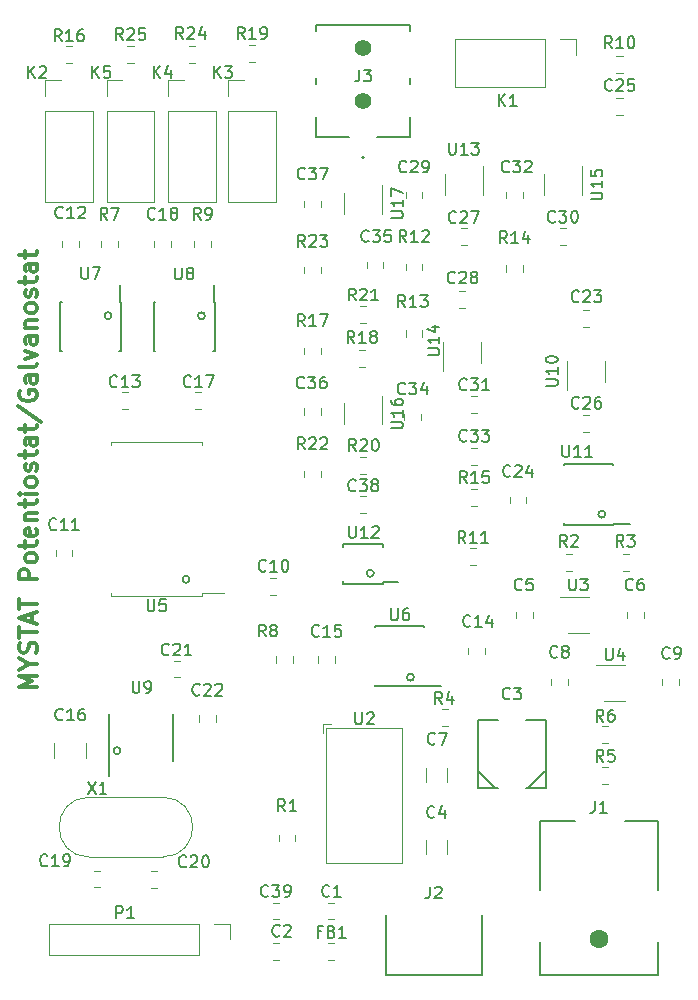
<source format=gto>
G04 #@! TF.GenerationSoftware,KiCad,Pcbnew,6.0.11+dfsg-1*
G04 #@! TF.CreationDate,2024-05-04T22:48:08-04:00*
G04 #@! TF.ProjectId,mystat,6d797374-6174-42e6-9b69-6361645f7063,rev?*
G04 #@! TF.SameCoordinates,Original*
G04 #@! TF.FileFunction,Legend,Top*
G04 #@! TF.FilePolarity,Positive*
%FSLAX46Y46*%
G04 Gerber Fmt 4.6, Leading zero omitted, Abs format (unit mm)*
G04 Created by KiCad (PCBNEW 6.0.11+dfsg-1) date 2024-05-04 22:48:08*
%MOMM*%
%LPD*%
G01*
G04 APERTURE LIST*
%ADD10C,0.200000*%
%ADD11C,0.300000*%
%ADD12C,0.150000*%
%ADD13C,0.127000*%
%ADD14C,0.120000*%
%ADD15C,0.152400*%
%ADD16C,1.400000*%
%ADD17C,1.600000*%
G04 APERTURE END LIST*
D10*
X59456600Y-111734600D02*
G75*
G03*
X59456600Y-111734600I-300000J0D01*
G01*
X80900000Y-96700000D02*
G75*
G03*
X80900000Y-96700000I-300000J0D01*
G01*
X65300000Y-97200000D02*
G75*
G03*
X65300000Y-97200000I-300000J0D01*
G01*
X66600000Y-74900000D02*
G75*
G03*
X66600000Y-74900000I-300000J0D01*
G01*
X84300000Y-105500000D02*
G75*
G03*
X84300000Y-105500000I-300000J0D01*
G01*
X100500000Y-91700000D02*
G75*
G03*
X100500000Y-91700000I-300000J0D01*
G01*
X58700000Y-74900000D02*
G75*
G03*
X58700000Y-74900000I-300000J0D01*
G01*
D11*
X52378571Y-106357142D02*
X50878571Y-106357142D01*
X51950000Y-105857142D01*
X50878571Y-105357142D01*
X52378571Y-105357142D01*
X51664285Y-104357142D02*
X52378571Y-104357142D01*
X50878571Y-104857142D02*
X51664285Y-104357142D01*
X50878571Y-103857142D01*
X52307142Y-103428571D02*
X52378571Y-103214285D01*
X52378571Y-102857142D01*
X52307142Y-102714285D01*
X52235714Y-102642857D01*
X52092857Y-102571428D01*
X51950000Y-102571428D01*
X51807142Y-102642857D01*
X51735714Y-102714285D01*
X51664285Y-102857142D01*
X51592857Y-103142857D01*
X51521428Y-103285714D01*
X51450000Y-103357142D01*
X51307142Y-103428571D01*
X51164285Y-103428571D01*
X51021428Y-103357142D01*
X50950000Y-103285714D01*
X50878571Y-103142857D01*
X50878571Y-102785714D01*
X50950000Y-102571428D01*
X50878571Y-102142857D02*
X50878571Y-101285714D01*
X52378571Y-101714285D02*
X50878571Y-101714285D01*
X51950000Y-100857142D02*
X51950000Y-100142857D01*
X52378571Y-101000000D02*
X50878571Y-100500000D01*
X52378571Y-100000000D01*
X50878571Y-99714285D02*
X50878571Y-98857142D01*
X52378571Y-99285714D02*
X50878571Y-99285714D01*
X52378571Y-97214285D02*
X50878571Y-97214285D01*
X50878571Y-96642857D01*
X50950000Y-96500000D01*
X51021428Y-96428571D01*
X51164285Y-96357142D01*
X51378571Y-96357142D01*
X51521428Y-96428571D01*
X51592857Y-96500000D01*
X51664285Y-96642857D01*
X51664285Y-97214285D01*
X52378571Y-95500000D02*
X52307142Y-95642857D01*
X52235714Y-95714285D01*
X52092857Y-95785714D01*
X51664285Y-95785714D01*
X51521428Y-95714285D01*
X51450000Y-95642857D01*
X51378571Y-95500000D01*
X51378571Y-95285714D01*
X51450000Y-95142857D01*
X51521428Y-95071428D01*
X51664285Y-95000000D01*
X52092857Y-95000000D01*
X52235714Y-95071428D01*
X52307142Y-95142857D01*
X52378571Y-95285714D01*
X52378571Y-95500000D01*
X51378571Y-94571428D02*
X51378571Y-94000000D01*
X50878571Y-94357142D02*
X52164285Y-94357142D01*
X52307142Y-94285714D01*
X52378571Y-94142857D01*
X52378571Y-94000000D01*
X52307142Y-92928571D02*
X52378571Y-93071428D01*
X52378571Y-93357142D01*
X52307142Y-93500000D01*
X52164285Y-93571428D01*
X51592857Y-93571428D01*
X51450000Y-93500000D01*
X51378571Y-93357142D01*
X51378571Y-93071428D01*
X51450000Y-92928571D01*
X51592857Y-92857142D01*
X51735714Y-92857142D01*
X51878571Y-93571428D01*
X51378571Y-92214285D02*
X52378571Y-92214285D01*
X51521428Y-92214285D02*
X51450000Y-92142857D01*
X51378571Y-92000000D01*
X51378571Y-91785714D01*
X51450000Y-91642857D01*
X51592857Y-91571428D01*
X52378571Y-91571428D01*
X51378571Y-91071428D02*
X51378571Y-90500000D01*
X50878571Y-90857142D02*
X52164285Y-90857142D01*
X52307142Y-90785714D01*
X52378571Y-90642857D01*
X52378571Y-90500000D01*
X52378571Y-90000000D02*
X51378571Y-90000000D01*
X50878571Y-90000000D02*
X50950000Y-90071428D01*
X51021428Y-90000000D01*
X50950000Y-89928571D01*
X50878571Y-90000000D01*
X51021428Y-90000000D01*
X52378571Y-89071428D02*
X52307142Y-89214285D01*
X52235714Y-89285714D01*
X52092857Y-89357142D01*
X51664285Y-89357142D01*
X51521428Y-89285714D01*
X51450000Y-89214285D01*
X51378571Y-89071428D01*
X51378571Y-88857142D01*
X51450000Y-88714285D01*
X51521428Y-88642857D01*
X51664285Y-88571428D01*
X52092857Y-88571428D01*
X52235714Y-88642857D01*
X52307142Y-88714285D01*
X52378571Y-88857142D01*
X52378571Y-89071428D01*
X52307142Y-88000000D02*
X52378571Y-87857142D01*
X52378571Y-87571428D01*
X52307142Y-87428571D01*
X52164285Y-87357142D01*
X52092857Y-87357142D01*
X51950000Y-87428571D01*
X51878571Y-87571428D01*
X51878571Y-87785714D01*
X51807142Y-87928571D01*
X51664285Y-88000000D01*
X51592857Y-88000000D01*
X51450000Y-87928571D01*
X51378571Y-87785714D01*
X51378571Y-87571428D01*
X51450000Y-87428571D01*
X51378571Y-86928571D02*
X51378571Y-86357142D01*
X50878571Y-86714285D02*
X52164285Y-86714285D01*
X52307142Y-86642857D01*
X52378571Y-86500000D01*
X52378571Y-86357142D01*
X52378571Y-85214285D02*
X51592857Y-85214285D01*
X51450000Y-85285714D01*
X51378571Y-85428571D01*
X51378571Y-85714285D01*
X51450000Y-85857142D01*
X52307142Y-85214285D02*
X52378571Y-85357142D01*
X52378571Y-85714285D01*
X52307142Y-85857142D01*
X52164285Y-85928571D01*
X52021428Y-85928571D01*
X51878571Y-85857142D01*
X51807142Y-85714285D01*
X51807142Y-85357142D01*
X51735714Y-85214285D01*
X51378571Y-84714285D02*
X51378571Y-84142857D01*
X50878571Y-84500000D02*
X52164285Y-84500000D01*
X52307142Y-84428571D01*
X52378571Y-84285714D01*
X52378571Y-84142857D01*
X50807142Y-82571428D02*
X52735714Y-83857142D01*
X50950000Y-81285714D02*
X50878571Y-81428571D01*
X50878571Y-81642857D01*
X50950000Y-81857142D01*
X51092857Y-82000000D01*
X51235714Y-82071428D01*
X51521428Y-82142857D01*
X51735714Y-82142857D01*
X52021428Y-82071428D01*
X52164285Y-82000000D01*
X52307142Y-81857142D01*
X52378571Y-81642857D01*
X52378571Y-81500000D01*
X52307142Y-81285714D01*
X52235714Y-81214285D01*
X51735714Y-81214285D01*
X51735714Y-81500000D01*
X52378571Y-79928571D02*
X51592857Y-79928571D01*
X51450000Y-80000000D01*
X51378571Y-80142857D01*
X51378571Y-80428571D01*
X51450000Y-80571428D01*
X52307142Y-79928571D02*
X52378571Y-80071428D01*
X52378571Y-80428571D01*
X52307142Y-80571428D01*
X52164285Y-80642857D01*
X52021428Y-80642857D01*
X51878571Y-80571428D01*
X51807142Y-80428571D01*
X51807142Y-80071428D01*
X51735714Y-79928571D01*
X52378571Y-79000000D02*
X52307142Y-79142857D01*
X52164285Y-79214285D01*
X50878571Y-79214285D01*
X51378571Y-78571428D02*
X52378571Y-78214285D01*
X51378571Y-77857142D01*
X52378571Y-76642857D02*
X51592857Y-76642857D01*
X51450000Y-76714285D01*
X51378571Y-76857142D01*
X51378571Y-77142857D01*
X51450000Y-77285714D01*
X52307142Y-76642857D02*
X52378571Y-76785714D01*
X52378571Y-77142857D01*
X52307142Y-77285714D01*
X52164285Y-77357142D01*
X52021428Y-77357142D01*
X51878571Y-77285714D01*
X51807142Y-77142857D01*
X51807142Y-76785714D01*
X51735714Y-76642857D01*
X51378571Y-75928571D02*
X52378571Y-75928571D01*
X51521428Y-75928571D02*
X51450000Y-75857142D01*
X51378571Y-75714285D01*
X51378571Y-75500000D01*
X51450000Y-75357142D01*
X51592857Y-75285714D01*
X52378571Y-75285714D01*
X52378571Y-74357142D02*
X52307142Y-74500000D01*
X52235714Y-74571428D01*
X52092857Y-74642857D01*
X51664285Y-74642857D01*
X51521428Y-74571428D01*
X51450000Y-74500000D01*
X51378571Y-74357142D01*
X51378571Y-74142857D01*
X51450000Y-74000000D01*
X51521428Y-73928571D01*
X51664285Y-73857142D01*
X52092857Y-73857142D01*
X52235714Y-73928571D01*
X52307142Y-74000000D01*
X52378571Y-74142857D01*
X52378571Y-74357142D01*
X52307142Y-73285714D02*
X52378571Y-73142857D01*
X52378571Y-72857142D01*
X52307142Y-72714285D01*
X52164285Y-72642857D01*
X52092857Y-72642857D01*
X51950000Y-72714285D01*
X51878571Y-72857142D01*
X51878571Y-73071428D01*
X51807142Y-73214285D01*
X51664285Y-73285714D01*
X51592857Y-73285714D01*
X51450000Y-73214285D01*
X51378571Y-73071428D01*
X51378571Y-72857142D01*
X51450000Y-72714285D01*
X51378571Y-72214285D02*
X51378571Y-71642857D01*
X50878571Y-72000000D02*
X52164285Y-72000000D01*
X52307142Y-71928571D01*
X52378571Y-71785714D01*
X52378571Y-71642857D01*
X52378571Y-70500000D02*
X51592857Y-70500000D01*
X51450000Y-70571428D01*
X51378571Y-70714285D01*
X51378571Y-71000000D01*
X51450000Y-71142857D01*
X52307142Y-70500000D02*
X52378571Y-70642857D01*
X52378571Y-71000000D01*
X52307142Y-71142857D01*
X52164285Y-71214285D01*
X52021428Y-71214285D01*
X51878571Y-71142857D01*
X51807142Y-71000000D01*
X51807142Y-70642857D01*
X51735714Y-70500000D01*
X51378571Y-70000000D02*
X51378571Y-69428571D01*
X50878571Y-69785714D02*
X52164285Y-69785714D01*
X52307142Y-69714285D01*
X52378571Y-69571428D01*
X52378571Y-69428571D01*
D12*
X79666666Y-54052380D02*
X79666666Y-54766666D01*
X79619047Y-54909523D01*
X79523809Y-55004761D01*
X79380952Y-55052380D01*
X79285714Y-55052380D01*
X80047619Y-54052380D02*
X80666666Y-54052380D01*
X80333333Y-54433333D01*
X80476190Y-54433333D01*
X80571428Y-54480952D01*
X80619047Y-54528571D01*
X80666666Y-54623809D01*
X80666666Y-54861904D01*
X80619047Y-54957142D01*
X80571428Y-55004761D01*
X80476190Y-55052380D01*
X80190476Y-55052380D01*
X80095238Y-55004761D01*
X80047619Y-54957142D01*
X96433333Y-103757142D02*
X96385714Y-103804761D01*
X96242857Y-103852380D01*
X96147619Y-103852380D01*
X96004761Y-103804761D01*
X95909523Y-103709523D01*
X95861904Y-103614285D01*
X95814285Y-103423809D01*
X95814285Y-103280952D01*
X95861904Y-103090476D01*
X95909523Y-102995238D01*
X96004761Y-102900000D01*
X96147619Y-102852380D01*
X96242857Y-102852380D01*
X96385714Y-102900000D01*
X96433333Y-102947619D01*
X97004761Y-103280952D02*
X96909523Y-103233333D01*
X96861904Y-103185714D01*
X96814285Y-103090476D01*
X96814285Y-103042857D01*
X96861904Y-102947619D01*
X96909523Y-102900000D01*
X97004761Y-102852380D01*
X97195238Y-102852380D01*
X97290476Y-102900000D01*
X97338095Y-102947619D01*
X97385714Y-103042857D01*
X97385714Y-103090476D01*
X97338095Y-103185714D01*
X97290476Y-103233333D01*
X97195238Y-103280952D01*
X97004761Y-103280952D01*
X96909523Y-103328571D01*
X96861904Y-103376190D01*
X96814285Y-103471428D01*
X96814285Y-103661904D01*
X96861904Y-103757142D01*
X96909523Y-103804761D01*
X97004761Y-103852380D01*
X97195238Y-103852380D01*
X97290476Y-103804761D01*
X97338095Y-103757142D01*
X97385714Y-103661904D01*
X97385714Y-103471428D01*
X97338095Y-103376190D01*
X97290476Y-103328571D01*
X97195238Y-103280952D01*
X105933333Y-103857142D02*
X105885714Y-103904761D01*
X105742857Y-103952380D01*
X105647619Y-103952380D01*
X105504761Y-103904761D01*
X105409523Y-103809523D01*
X105361904Y-103714285D01*
X105314285Y-103523809D01*
X105314285Y-103380952D01*
X105361904Y-103190476D01*
X105409523Y-103095238D01*
X105504761Y-103000000D01*
X105647619Y-102952380D01*
X105742857Y-102952380D01*
X105885714Y-103000000D01*
X105933333Y-103047619D01*
X106409523Y-103952380D02*
X106600000Y-103952380D01*
X106695238Y-103904761D01*
X106742857Y-103857142D01*
X106838095Y-103714285D01*
X106885714Y-103523809D01*
X106885714Y-103142857D01*
X106838095Y-103047619D01*
X106790476Y-103000000D01*
X106695238Y-102952380D01*
X106504761Y-102952380D01*
X106409523Y-103000000D01*
X106361904Y-103047619D01*
X106314285Y-103142857D01*
X106314285Y-103380952D01*
X106361904Y-103476190D01*
X106409523Y-103523809D01*
X106504761Y-103571428D01*
X106695238Y-103571428D01*
X106790476Y-103523809D01*
X106838095Y-103476190D01*
X106885714Y-103380952D01*
X54017942Y-92953142D02*
X53970323Y-93000761D01*
X53827466Y-93048380D01*
X53732228Y-93048380D01*
X53589371Y-93000761D01*
X53494133Y-92905523D01*
X53446514Y-92810285D01*
X53398895Y-92619809D01*
X53398895Y-92476952D01*
X53446514Y-92286476D01*
X53494133Y-92191238D01*
X53589371Y-92096000D01*
X53732228Y-92048380D01*
X53827466Y-92048380D01*
X53970323Y-92096000D01*
X54017942Y-92143619D01*
X54970323Y-93048380D02*
X54398895Y-93048380D01*
X54684609Y-93048380D02*
X54684609Y-92048380D01*
X54589371Y-92191238D01*
X54494133Y-92286476D01*
X54398895Y-92334095D01*
X55922704Y-93048380D02*
X55351276Y-93048380D01*
X55636990Y-93048380D02*
X55636990Y-92048380D01*
X55541752Y-92191238D01*
X55446514Y-92286476D01*
X55351276Y-92334095D01*
X54557142Y-66557142D02*
X54509523Y-66604761D01*
X54366666Y-66652380D01*
X54271428Y-66652380D01*
X54128571Y-66604761D01*
X54033333Y-66509523D01*
X53985714Y-66414285D01*
X53938095Y-66223809D01*
X53938095Y-66080952D01*
X53985714Y-65890476D01*
X54033333Y-65795238D01*
X54128571Y-65700000D01*
X54271428Y-65652380D01*
X54366666Y-65652380D01*
X54509523Y-65700000D01*
X54557142Y-65747619D01*
X55509523Y-66652380D02*
X54938095Y-66652380D01*
X55223809Y-66652380D02*
X55223809Y-65652380D01*
X55128571Y-65795238D01*
X55033333Y-65890476D01*
X54938095Y-65938095D01*
X55890476Y-65747619D02*
X55938095Y-65700000D01*
X56033333Y-65652380D01*
X56271428Y-65652380D01*
X56366666Y-65700000D01*
X56414285Y-65747619D01*
X56461904Y-65842857D01*
X56461904Y-65938095D01*
X56414285Y-66080952D01*
X55842857Y-66652380D01*
X56461904Y-66652380D01*
X59157142Y-80857142D02*
X59109523Y-80904761D01*
X58966666Y-80952380D01*
X58871428Y-80952380D01*
X58728571Y-80904761D01*
X58633333Y-80809523D01*
X58585714Y-80714285D01*
X58538095Y-80523809D01*
X58538095Y-80380952D01*
X58585714Y-80190476D01*
X58633333Y-80095238D01*
X58728571Y-80000000D01*
X58871428Y-79952380D01*
X58966666Y-79952380D01*
X59109523Y-80000000D01*
X59157142Y-80047619D01*
X60109523Y-80952380D02*
X59538095Y-80952380D01*
X59823809Y-80952380D02*
X59823809Y-79952380D01*
X59728571Y-80095238D01*
X59633333Y-80190476D01*
X59538095Y-80238095D01*
X60442857Y-79952380D02*
X61061904Y-79952380D01*
X60728571Y-80333333D01*
X60871428Y-80333333D01*
X60966666Y-80380952D01*
X61014285Y-80428571D01*
X61061904Y-80523809D01*
X61061904Y-80761904D01*
X61014285Y-80857142D01*
X60966666Y-80904761D01*
X60871428Y-80952380D01*
X60585714Y-80952380D01*
X60490476Y-80904761D01*
X60442857Y-80857142D01*
X89079170Y-101145951D02*
X89031551Y-101193570D01*
X88888694Y-101241189D01*
X88793456Y-101241189D01*
X88650599Y-101193570D01*
X88555361Y-101098332D01*
X88507742Y-101003094D01*
X88460123Y-100812618D01*
X88460123Y-100669761D01*
X88507742Y-100479285D01*
X88555361Y-100384047D01*
X88650599Y-100288809D01*
X88793456Y-100241189D01*
X88888694Y-100241189D01*
X89031551Y-100288809D01*
X89079170Y-100336428D01*
X90031551Y-101241189D02*
X89460123Y-101241189D01*
X89745837Y-101241189D02*
X89745837Y-100241189D01*
X89650599Y-100384047D01*
X89555361Y-100479285D01*
X89460123Y-100526904D01*
X90888694Y-100574523D02*
X90888694Y-101241189D01*
X90650599Y-100193570D02*
X90412504Y-100907856D01*
X91031551Y-100907856D01*
X76243086Y-101975951D02*
X76195467Y-102023570D01*
X76052610Y-102071189D01*
X75957372Y-102071189D01*
X75814515Y-102023570D01*
X75719277Y-101928332D01*
X75671658Y-101833094D01*
X75624039Y-101642618D01*
X75624039Y-101499761D01*
X75671658Y-101309285D01*
X75719277Y-101214047D01*
X75814515Y-101118809D01*
X75957372Y-101071189D01*
X76052610Y-101071189D01*
X76195467Y-101118809D01*
X76243086Y-101166428D01*
X77195467Y-102071189D02*
X76624039Y-102071189D01*
X76909753Y-102071189D02*
X76909753Y-101071189D01*
X76814515Y-101214047D01*
X76719277Y-101309285D01*
X76624039Y-101356904D01*
X78100229Y-101071189D02*
X77624039Y-101071189D01*
X77576420Y-101547380D01*
X77624039Y-101499761D01*
X77719277Y-101452142D01*
X77957372Y-101452142D01*
X78052610Y-101499761D01*
X78100229Y-101547380D01*
X78147848Y-101642618D01*
X78147848Y-101880713D01*
X78100229Y-101975951D01*
X78052610Y-102023570D01*
X77957372Y-102071189D01*
X77719277Y-102071189D01*
X77624039Y-102023570D01*
X77576420Y-101975951D01*
X54557142Y-109057142D02*
X54509523Y-109104761D01*
X54366666Y-109152380D01*
X54271428Y-109152380D01*
X54128571Y-109104761D01*
X54033333Y-109009523D01*
X53985714Y-108914285D01*
X53938095Y-108723809D01*
X53938095Y-108580952D01*
X53985714Y-108390476D01*
X54033333Y-108295238D01*
X54128571Y-108200000D01*
X54271428Y-108152380D01*
X54366666Y-108152380D01*
X54509523Y-108200000D01*
X54557142Y-108247619D01*
X55509523Y-109152380D02*
X54938095Y-109152380D01*
X55223809Y-109152380D02*
X55223809Y-108152380D01*
X55128571Y-108295238D01*
X55033333Y-108390476D01*
X54938095Y-108438095D01*
X56366666Y-108152380D02*
X56176190Y-108152380D01*
X56080952Y-108200000D01*
X56033333Y-108247619D01*
X55938095Y-108390476D01*
X55890476Y-108580952D01*
X55890476Y-108961904D01*
X55938095Y-109057142D01*
X55985714Y-109104761D01*
X56080952Y-109152380D01*
X56271428Y-109152380D01*
X56366666Y-109104761D01*
X56414285Y-109057142D01*
X56461904Y-108961904D01*
X56461904Y-108723809D01*
X56414285Y-108628571D01*
X56366666Y-108580952D01*
X56271428Y-108533333D01*
X56080952Y-108533333D01*
X55985714Y-108580952D01*
X55938095Y-108628571D01*
X55890476Y-108723809D01*
X65407142Y-80857142D02*
X65359523Y-80904761D01*
X65216666Y-80952380D01*
X65121428Y-80952380D01*
X64978571Y-80904761D01*
X64883333Y-80809523D01*
X64835714Y-80714285D01*
X64788095Y-80523809D01*
X64788095Y-80380952D01*
X64835714Y-80190476D01*
X64883333Y-80095238D01*
X64978571Y-80000000D01*
X65121428Y-79952380D01*
X65216666Y-79952380D01*
X65359523Y-80000000D01*
X65407142Y-80047619D01*
X66359523Y-80952380D02*
X65788095Y-80952380D01*
X66073809Y-80952380D02*
X66073809Y-79952380D01*
X65978571Y-80095238D01*
X65883333Y-80190476D01*
X65788095Y-80238095D01*
X66692857Y-79952380D02*
X67359523Y-79952380D01*
X66930952Y-80952380D01*
X62357142Y-66657142D02*
X62309523Y-66704761D01*
X62166666Y-66752380D01*
X62071428Y-66752380D01*
X61928571Y-66704761D01*
X61833333Y-66609523D01*
X61785714Y-66514285D01*
X61738095Y-66323809D01*
X61738095Y-66180952D01*
X61785714Y-65990476D01*
X61833333Y-65895238D01*
X61928571Y-65800000D01*
X62071428Y-65752380D01*
X62166666Y-65752380D01*
X62309523Y-65800000D01*
X62357142Y-65847619D01*
X63309523Y-66752380D02*
X62738095Y-66752380D01*
X63023809Y-66752380D02*
X63023809Y-65752380D01*
X62928571Y-65895238D01*
X62833333Y-65990476D01*
X62738095Y-66038095D01*
X63880952Y-66180952D02*
X63785714Y-66133333D01*
X63738095Y-66085714D01*
X63690476Y-65990476D01*
X63690476Y-65942857D01*
X63738095Y-65847619D01*
X63785714Y-65800000D01*
X63880952Y-65752380D01*
X64071428Y-65752380D01*
X64166666Y-65800000D01*
X64214285Y-65847619D01*
X64261904Y-65942857D01*
X64261904Y-65990476D01*
X64214285Y-66085714D01*
X64166666Y-66133333D01*
X64071428Y-66180952D01*
X63880952Y-66180952D01*
X63785714Y-66228571D01*
X63738095Y-66276190D01*
X63690476Y-66371428D01*
X63690476Y-66561904D01*
X63738095Y-66657142D01*
X63785714Y-66704761D01*
X63880952Y-66752380D01*
X64071428Y-66752380D01*
X64166666Y-66704761D01*
X64214285Y-66657142D01*
X64261904Y-66561904D01*
X64261904Y-66371428D01*
X64214285Y-66276190D01*
X64166666Y-66228571D01*
X64071428Y-66180952D01*
X63557142Y-103557142D02*
X63509523Y-103604761D01*
X63366666Y-103652380D01*
X63271428Y-103652380D01*
X63128571Y-103604761D01*
X63033333Y-103509523D01*
X62985714Y-103414285D01*
X62938095Y-103223809D01*
X62938095Y-103080952D01*
X62985714Y-102890476D01*
X63033333Y-102795238D01*
X63128571Y-102700000D01*
X63271428Y-102652380D01*
X63366666Y-102652380D01*
X63509523Y-102700000D01*
X63557142Y-102747619D01*
X63938095Y-102747619D02*
X63985714Y-102700000D01*
X64080952Y-102652380D01*
X64319047Y-102652380D01*
X64414285Y-102700000D01*
X64461904Y-102747619D01*
X64509523Y-102842857D01*
X64509523Y-102938095D01*
X64461904Y-103080952D01*
X63890476Y-103652380D01*
X64509523Y-103652380D01*
X65461904Y-103652380D02*
X64890476Y-103652380D01*
X65176190Y-103652380D02*
X65176190Y-102652380D01*
X65080952Y-102795238D01*
X64985714Y-102890476D01*
X64890476Y-102938095D01*
X66157142Y-106957142D02*
X66109523Y-107004761D01*
X65966666Y-107052380D01*
X65871428Y-107052380D01*
X65728571Y-107004761D01*
X65633333Y-106909523D01*
X65585714Y-106814285D01*
X65538095Y-106623809D01*
X65538095Y-106480952D01*
X65585714Y-106290476D01*
X65633333Y-106195238D01*
X65728571Y-106100000D01*
X65871428Y-106052380D01*
X65966666Y-106052380D01*
X66109523Y-106100000D01*
X66157142Y-106147619D01*
X66538095Y-106147619D02*
X66585714Y-106100000D01*
X66680952Y-106052380D01*
X66919047Y-106052380D01*
X67014285Y-106100000D01*
X67061904Y-106147619D01*
X67109523Y-106242857D01*
X67109523Y-106338095D01*
X67061904Y-106480952D01*
X66490476Y-107052380D01*
X67109523Y-107052380D01*
X67490476Y-106147619D02*
X67538095Y-106100000D01*
X67633333Y-106052380D01*
X67871428Y-106052380D01*
X67966666Y-106100000D01*
X68014285Y-106147619D01*
X68061904Y-106242857D01*
X68061904Y-106338095D01*
X68014285Y-106480952D01*
X67442857Y-107052380D01*
X68061904Y-107052380D01*
X92457142Y-88457142D02*
X92409523Y-88504761D01*
X92266666Y-88552380D01*
X92171428Y-88552380D01*
X92028571Y-88504761D01*
X91933333Y-88409523D01*
X91885714Y-88314285D01*
X91838095Y-88123809D01*
X91838095Y-87980952D01*
X91885714Y-87790476D01*
X91933333Y-87695238D01*
X92028571Y-87600000D01*
X92171428Y-87552380D01*
X92266666Y-87552380D01*
X92409523Y-87600000D01*
X92457142Y-87647619D01*
X92838095Y-87647619D02*
X92885714Y-87600000D01*
X92980952Y-87552380D01*
X93219047Y-87552380D01*
X93314285Y-87600000D01*
X93361904Y-87647619D01*
X93409523Y-87742857D01*
X93409523Y-87838095D01*
X93361904Y-87980952D01*
X92790476Y-88552380D01*
X93409523Y-88552380D01*
X94266666Y-87885714D02*
X94266666Y-88552380D01*
X94028571Y-87504761D02*
X93790476Y-88219047D01*
X94409523Y-88219047D01*
X98257142Y-82657142D02*
X98209523Y-82704761D01*
X98066666Y-82752380D01*
X97971428Y-82752380D01*
X97828571Y-82704761D01*
X97733333Y-82609523D01*
X97685714Y-82514285D01*
X97638095Y-82323809D01*
X97638095Y-82180952D01*
X97685714Y-81990476D01*
X97733333Y-81895238D01*
X97828571Y-81800000D01*
X97971428Y-81752380D01*
X98066666Y-81752380D01*
X98209523Y-81800000D01*
X98257142Y-81847619D01*
X98638095Y-81847619D02*
X98685714Y-81800000D01*
X98780952Y-81752380D01*
X99019047Y-81752380D01*
X99114285Y-81800000D01*
X99161904Y-81847619D01*
X99209523Y-81942857D01*
X99209523Y-82038095D01*
X99161904Y-82180952D01*
X98590476Y-82752380D01*
X99209523Y-82752380D01*
X100066666Y-81752380D02*
X99876190Y-81752380D01*
X99780952Y-81800000D01*
X99733333Y-81847619D01*
X99638095Y-81990476D01*
X99590476Y-82180952D01*
X99590476Y-82561904D01*
X99638095Y-82657142D01*
X99685714Y-82704761D01*
X99780952Y-82752380D01*
X99971428Y-82752380D01*
X100066666Y-82704761D01*
X100114285Y-82657142D01*
X100161904Y-82561904D01*
X100161904Y-82323809D01*
X100114285Y-82228571D01*
X100066666Y-82180952D01*
X99971428Y-82133333D01*
X99780952Y-82133333D01*
X99685714Y-82180952D01*
X99638095Y-82228571D01*
X99590476Y-82323809D01*
X87857142Y-66957142D02*
X87809523Y-67004761D01*
X87666666Y-67052380D01*
X87571428Y-67052380D01*
X87428571Y-67004761D01*
X87333333Y-66909523D01*
X87285714Y-66814285D01*
X87238095Y-66623809D01*
X87238095Y-66480952D01*
X87285714Y-66290476D01*
X87333333Y-66195238D01*
X87428571Y-66100000D01*
X87571428Y-66052380D01*
X87666666Y-66052380D01*
X87809523Y-66100000D01*
X87857142Y-66147619D01*
X88238095Y-66147619D02*
X88285714Y-66100000D01*
X88380952Y-66052380D01*
X88619047Y-66052380D01*
X88714285Y-66100000D01*
X88761904Y-66147619D01*
X88809523Y-66242857D01*
X88809523Y-66338095D01*
X88761904Y-66480952D01*
X88190476Y-67052380D01*
X88809523Y-67052380D01*
X89142857Y-66052380D02*
X89809523Y-66052380D01*
X89380952Y-67052380D01*
X87757142Y-72057142D02*
X87709523Y-72104761D01*
X87566666Y-72152380D01*
X87471428Y-72152380D01*
X87328571Y-72104761D01*
X87233333Y-72009523D01*
X87185714Y-71914285D01*
X87138095Y-71723809D01*
X87138095Y-71580952D01*
X87185714Y-71390476D01*
X87233333Y-71295238D01*
X87328571Y-71200000D01*
X87471428Y-71152380D01*
X87566666Y-71152380D01*
X87709523Y-71200000D01*
X87757142Y-71247619D01*
X88138095Y-71247619D02*
X88185714Y-71200000D01*
X88280952Y-71152380D01*
X88519047Y-71152380D01*
X88614285Y-71200000D01*
X88661904Y-71247619D01*
X88709523Y-71342857D01*
X88709523Y-71438095D01*
X88661904Y-71580952D01*
X88090476Y-72152380D01*
X88709523Y-72152380D01*
X89280952Y-71580952D02*
X89185714Y-71533333D01*
X89138095Y-71485714D01*
X89090476Y-71390476D01*
X89090476Y-71342857D01*
X89138095Y-71247619D01*
X89185714Y-71200000D01*
X89280952Y-71152380D01*
X89471428Y-71152380D01*
X89566666Y-71200000D01*
X89614285Y-71247619D01*
X89661904Y-71342857D01*
X89661904Y-71390476D01*
X89614285Y-71485714D01*
X89566666Y-71533333D01*
X89471428Y-71580952D01*
X89280952Y-71580952D01*
X89185714Y-71628571D01*
X89138095Y-71676190D01*
X89090476Y-71771428D01*
X89090476Y-71961904D01*
X89138095Y-72057142D01*
X89185714Y-72104761D01*
X89280952Y-72152380D01*
X89471428Y-72152380D01*
X89566666Y-72104761D01*
X89614285Y-72057142D01*
X89661904Y-71961904D01*
X89661904Y-71771428D01*
X89614285Y-71676190D01*
X89566666Y-71628571D01*
X89471428Y-71580952D01*
X83657142Y-62657142D02*
X83609523Y-62704761D01*
X83466666Y-62752380D01*
X83371428Y-62752380D01*
X83228571Y-62704761D01*
X83133333Y-62609523D01*
X83085714Y-62514285D01*
X83038095Y-62323809D01*
X83038095Y-62180952D01*
X83085714Y-61990476D01*
X83133333Y-61895238D01*
X83228571Y-61800000D01*
X83371428Y-61752380D01*
X83466666Y-61752380D01*
X83609523Y-61800000D01*
X83657142Y-61847619D01*
X84038095Y-61847619D02*
X84085714Y-61800000D01*
X84180952Y-61752380D01*
X84419047Y-61752380D01*
X84514285Y-61800000D01*
X84561904Y-61847619D01*
X84609523Y-61942857D01*
X84609523Y-62038095D01*
X84561904Y-62180952D01*
X83990476Y-62752380D01*
X84609523Y-62752380D01*
X85085714Y-62752380D02*
X85276190Y-62752380D01*
X85371428Y-62704761D01*
X85419047Y-62657142D01*
X85514285Y-62514285D01*
X85561904Y-62323809D01*
X85561904Y-61942857D01*
X85514285Y-61847619D01*
X85466666Y-61800000D01*
X85371428Y-61752380D01*
X85180952Y-61752380D01*
X85085714Y-61800000D01*
X85038095Y-61847619D01*
X84990476Y-61942857D01*
X84990476Y-62180952D01*
X85038095Y-62276190D01*
X85085714Y-62323809D01*
X85180952Y-62371428D01*
X85371428Y-62371428D01*
X85466666Y-62323809D01*
X85514285Y-62276190D01*
X85561904Y-62180952D01*
X96257142Y-66907142D02*
X96209523Y-66954761D01*
X96066666Y-67002380D01*
X95971428Y-67002380D01*
X95828571Y-66954761D01*
X95733333Y-66859523D01*
X95685714Y-66764285D01*
X95638095Y-66573809D01*
X95638095Y-66430952D01*
X95685714Y-66240476D01*
X95733333Y-66145238D01*
X95828571Y-66050000D01*
X95971428Y-66002380D01*
X96066666Y-66002380D01*
X96209523Y-66050000D01*
X96257142Y-66097619D01*
X96590476Y-66002380D02*
X97209523Y-66002380D01*
X96876190Y-66383333D01*
X97019047Y-66383333D01*
X97114285Y-66430952D01*
X97161904Y-66478571D01*
X97209523Y-66573809D01*
X97209523Y-66811904D01*
X97161904Y-66907142D01*
X97114285Y-66954761D01*
X97019047Y-67002380D01*
X96733333Y-67002380D01*
X96638095Y-66954761D01*
X96590476Y-66907142D01*
X97828571Y-66002380D02*
X97923809Y-66002380D01*
X98019047Y-66050000D01*
X98066666Y-66097619D01*
X98114285Y-66192857D01*
X98161904Y-66383333D01*
X98161904Y-66621428D01*
X98114285Y-66811904D01*
X98066666Y-66907142D01*
X98019047Y-66954761D01*
X97923809Y-67002380D01*
X97828571Y-67002380D01*
X97733333Y-66954761D01*
X97685714Y-66907142D01*
X97638095Y-66811904D01*
X97590476Y-66621428D01*
X97590476Y-66383333D01*
X97638095Y-66192857D01*
X97685714Y-66097619D01*
X97733333Y-66050000D01*
X97828571Y-66002380D01*
X88757142Y-81107142D02*
X88709523Y-81154761D01*
X88566666Y-81202380D01*
X88471428Y-81202380D01*
X88328571Y-81154761D01*
X88233333Y-81059523D01*
X88185714Y-80964285D01*
X88138095Y-80773809D01*
X88138095Y-80630952D01*
X88185714Y-80440476D01*
X88233333Y-80345238D01*
X88328571Y-80250000D01*
X88471428Y-80202380D01*
X88566666Y-80202380D01*
X88709523Y-80250000D01*
X88757142Y-80297619D01*
X89090476Y-80202380D02*
X89709523Y-80202380D01*
X89376190Y-80583333D01*
X89519047Y-80583333D01*
X89614285Y-80630952D01*
X89661904Y-80678571D01*
X89709523Y-80773809D01*
X89709523Y-81011904D01*
X89661904Y-81107142D01*
X89614285Y-81154761D01*
X89519047Y-81202380D01*
X89233333Y-81202380D01*
X89138095Y-81154761D01*
X89090476Y-81107142D01*
X90661904Y-81202380D02*
X90090476Y-81202380D01*
X90376190Y-81202380D02*
X90376190Y-80202380D01*
X90280952Y-80345238D01*
X90185714Y-80440476D01*
X90090476Y-80488095D01*
X92357142Y-62657142D02*
X92309523Y-62704761D01*
X92166666Y-62752380D01*
X92071428Y-62752380D01*
X91928571Y-62704761D01*
X91833333Y-62609523D01*
X91785714Y-62514285D01*
X91738095Y-62323809D01*
X91738095Y-62180952D01*
X91785714Y-61990476D01*
X91833333Y-61895238D01*
X91928571Y-61800000D01*
X92071428Y-61752380D01*
X92166666Y-61752380D01*
X92309523Y-61800000D01*
X92357142Y-61847619D01*
X92690476Y-61752380D02*
X93309523Y-61752380D01*
X92976190Y-62133333D01*
X93119047Y-62133333D01*
X93214285Y-62180952D01*
X93261904Y-62228571D01*
X93309523Y-62323809D01*
X93309523Y-62561904D01*
X93261904Y-62657142D01*
X93214285Y-62704761D01*
X93119047Y-62752380D01*
X92833333Y-62752380D01*
X92738095Y-62704761D01*
X92690476Y-62657142D01*
X93690476Y-61847619D02*
X93738095Y-61800000D01*
X93833333Y-61752380D01*
X94071428Y-61752380D01*
X94166666Y-61800000D01*
X94214285Y-61847619D01*
X94261904Y-61942857D01*
X94261904Y-62038095D01*
X94214285Y-62180952D01*
X93642857Y-62752380D01*
X94261904Y-62752380D01*
X88757142Y-85457142D02*
X88709523Y-85504761D01*
X88566666Y-85552380D01*
X88471428Y-85552380D01*
X88328571Y-85504761D01*
X88233333Y-85409523D01*
X88185714Y-85314285D01*
X88138095Y-85123809D01*
X88138095Y-84980952D01*
X88185714Y-84790476D01*
X88233333Y-84695238D01*
X88328571Y-84600000D01*
X88471428Y-84552380D01*
X88566666Y-84552380D01*
X88709523Y-84600000D01*
X88757142Y-84647619D01*
X89090476Y-84552380D02*
X89709523Y-84552380D01*
X89376190Y-84933333D01*
X89519047Y-84933333D01*
X89614285Y-84980952D01*
X89661904Y-85028571D01*
X89709523Y-85123809D01*
X89709523Y-85361904D01*
X89661904Y-85457142D01*
X89614285Y-85504761D01*
X89519047Y-85552380D01*
X89233333Y-85552380D01*
X89138095Y-85504761D01*
X89090476Y-85457142D01*
X90042857Y-84552380D02*
X90661904Y-84552380D01*
X90328571Y-84933333D01*
X90471428Y-84933333D01*
X90566666Y-84980952D01*
X90614285Y-85028571D01*
X90661904Y-85123809D01*
X90661904Y-85361904D01*
X90614285Y-85457142D01*
X90566666Y-85504761D01*
X90471428Y-85552380D01*
X90185714Y-85552380D01*
X90090476Y-85504761D01*
X90042857Y-85457142D01*
X83557142Y-81457142D02*
X83509523Y-81504761D01*
X83366666Y-81552380D01*
X83271428Y-81552380D01*
X83128571Y-81504761D01*
X83033333Y-81409523D01*
X82985714Y-81314285D01*
X82938095Y-81123809D01*
X82938095Y-80980952D01*
X82985714Y-80790476D01*
X83033333Y-80695238D01*
X83128571Y-80600000D01*
X83271428Y-80552380D01*
X83366666Y-80552380D01*
X83509523Y-80600000D01*
X83557142Y-80647619D01*
X83890476Y-80552380D02*
X84509523Y-80552380D01*
X84176190Y-80933333D01*
X84319047Y-80933333D01*
X84414285Y-80980952D01*
X84461904Y-81028571D01*
X84509523Y-81123809D01*
X84509523Y-81361904D01*
X84461904Y-81457142D01*
X84414285Y-81504761D01*
X84319047Y-81552380D01*
X84033333Y-81552380D01*
X83938095Y-81504761D01*
X83890476Y-81457142D01*
X85366666Y-80885714D02*
X85366666Y-81552380D01*
X85128571Y-80504761D02*
X84890476Y-81219047D01*
X85509523Y-81219047D01*
X80457142Y-68557142D02*
X80409523Y-68604761D01*
X80266666Y-68652380D01*
X80171428Y-68652380D01*
X80028571Y-68604761D01*
X79933333Y-68509523D01*
X79885714Y-68414285D01*
X79838095Y-68223809D01*
X79838095Y-68080952D01*
X79885714Y-67890476D01*
X79933333Y-67795238D01*
X80028571Y-67700000D01*
X80171428Y-67652380D01*
X80266666Y-67652380D01*
X80409523Y-67700000D01*
X80457142Y-67747619D01*
X80790476Y-67652380D02*
X81409523Y-67652380D01*
X81076190Y-68033333D01*
X81219047Y-68033333D01*
X81314285Y-68080952D01*
X81361904Y-68128571D01*
X81409523Y-68223809D01*
X81409523Y-68461904D01*
X81361904Y-68557142D01*
X81314285Y-68604761D01*
X81219047Y-68652380D01*
X80933333Y-68652380D01*
X80838095Y-68604761D01*
X80790476Y-68557142D01*
X82314285Y-67652380D02*
X81838095Y-67652380D01*
X81790476Y-68128571D01*
X81838095Y-68080952D01*
X81933333Y-68033333D01*
X82171428Y-68033333D01*
X82266666Y-68080952D01*
X82314285Y-68128571D01*
X82361904Y-68223809D01*
X82361904Y-68461904D01*
X82314285Y-68557142D01*
X82266666Y-68604761D01*
X82171428Y-68652380D01*
X81933333Y-68652380D01*
X81838095Y-68604761D01*
X81790476Y-68557142D01*
X75057142Y-63257142D02*
X75009523Y-63304761D01*
X74866666Y-63352380D01*
X74771428Y-63352380D01*
X74628571Y-63304761D01*
X74533333Y-63209523D01*
X74485714Y-63114285D01*
X74438095Y-62923809D01*
X74438095Y-62780952D01*
X74485714Y-62590476D01*
X74533333Y-62495238D01*
X74628571Y-62400000D01*
X74771428Y-62352380D01*
X74866666Y-62352380D01*
X75009523Y-62400000D01*
X75057142Y-62447619D01*
X75390476Y-62352380D02*
X76009523Y-62352380D01*
X75676190Y-62733333D01*
X75819047Y-62733333D01*
X75914285Y-62780952D01*
X75961904Y-62828571D01*
X76009523Y-62923809D01*
X76009523Y-63161904D01*
X75961904Y-63257142D01*
X75914285Y-63304761D01*
X75819047Y-63352380D01*
X75533333Y-63352380D01*
X75438095Y-63304761D01*
X75390476Y-63257142D01*
X76342857Y-62352380D02*
X77009523Y-62352380D01*
X76580952Y-63352380D01*
X79357142Y-89657142D02*
X79309523Y-89704761D01*
X79166666Y-89752380D01*
X79071428Y-89752380D01*
X78928571Y-89704761D01*
X78833333Y-89609523D01*
X78785714Y-89514285D01*
X78738095Y-89323809D01*
X78738095Y-89180952D01*
X78785714Y-88990476D01*
X78833333Y-88895238D01*
X78928571Y-88800000D01*
X79071428Y-88752380D01*
X79166666Y-88752380D01*
X79309523Y-88800000D01*
X79357142Y-88847619D01*
X79690476Y-88752380D02*
X80309523Y-88752380D01*
X79976190Y-89133333D01*
X80119047Y-89133333D01*
X80214285Y-89180952D01*
X80261904Y-89228571D01*
X80309523Y-89323809D01*
X80309523Y-89561904D01*
X80261904Y-89657142D01*
X80214285Y-89704761D01*
X80119047Y-89752380D01*
X79833333Y-89752380D01*
X79738095Y-89704761D01*
X79690476Y-89657142D01*
X80880952Y-89180952D02*
X80785714Y-89133333D01*
X80738095Y-89085714D01*
X80690476Y-88990476D01*
X80690476Y-88942857D01*
X80738095Y-88847619D01*
X80785714Y-88800000D01*
X80880952Y-88752380D01*
X81071428Y-88752380D01*
X81166666Y-88800000D01*
X81214285Y-88847619D01*
X81261904Y-88942857D01*
X81261904Y-88990476D01*
X81214285Y-89085714D01*
X81166666Y-89133333D01*
X81071428Y-89180952D01*
X80880952Y-89180952D01*
X80785714Y-89228571D01*
X80738095Y-89276190D01*
X80690476Y-89371428D01*
X80690476Y-89561904D01*
X80738095Y-89657142D01*
X80785714Y-89704761D01*
X80880952Y-89752380D01*
X81071428Y-89752380D01*
X81166666Y-89704761D01*
X81214285Y-89657142D01*
X81261904Y-89561904D01*
X81261904Y-89371428D01*
X81214285Y-89276190D01*
X81166666Y-89228571D01*
X81071428Y-89180952D01*
X100333333Y-112652380D02*
X100000000Y-112176190D01*
X99761904Y-112652380D02*
X99761904Y-111652380D01*
X100142857Y-111652380D01*
X100238095Y-111700000D01*
X100285714Y-111747619D01*
X100333333Y-111842857D01*
X100333333Y-111985714D01*
X100285714Y-112080952D01*
X100238095Y-112128571D01*
X100142857Y-112176190D01*
X99761904Y-112176190D01*
X101238095Y-111652380D02*
X100761904Y-111652380D01*
X100714285Y-112128571D01*
X100761904Y-112080952D01*
X100857142Y-112033333D01*
X101095238Y-112033333D01*
X101190476Y-112080952D01*
X101238095Y-112128571D01*
X101285714Y-112223809D01*
X101285714Y-112461904D01*
X101238095Y-112557142D01*
X101190476Y-112604761D01*
X101095238Y-112652380D01*
X100857142Y-112652380D01*
X100761904Y-112604761D01*
X100714285Y-112557142D01*
X100333333Y-109252380D02*
X100000000Y-108776190D01*
X99761904Y-109252380D02*
X99761904Y-108252380D01*
X100142857Y-108252380D01*
X100238095Y-108300000D01*
X100285714Y-108347619D01*
X100333333Y-108442857D01*
X100333333Y-108585714D01*
X100285714Y-108680952D01*
X100238095Y-108728571D01*
X100142857Y-108776190D01*
X99761904Y-108776190D01*
X101190476Y-108252380D02*
X101000000Y-108252380D01*
X100904761Y-108300000D01*
X100857142Y-108347619D01*
X100761904Y-108490476D01*
X100714285Y-108680952D01*
X100714285Y-109061904D01*
X100761904Y-109157142D01*
X100809523Y-109204761D01*
X100904761Y-109252380D01*
X101095238Y-109252380D01*
X101190476Y-109204761D01*
X101238095Y-109157142D01*
X101285714Y-109061904D01*
X101285714Y-108823809D01*
X101238095Y-108728571D01*
X101190476Y-108680952D01*
X101095238Y-108633333D01*
X100904761Y-108633333D01*
X100809523Y-108680952D01*
X100761904Y-108728571D01*
X100714285Y-108823809D01*
X58333333Y-66752380D02*
X58000000Y-66276190D01*
X57761904Y-66752380D02*
X57761904Y-65752380D01*
X58142857Y-65752380D01*
X58238095Y-65800000D01*
X58285714Y-65847619D01*
X58333333Y-65942857D01*
X58333333Y-66085714D01*
X58285714Y-66180952D01*
X58238095Y-66228571D01*
X58142857Y-66276190D01*
X57761904Y-66276190D01*
X58666666Y-65752380D02*
X59333333Y-65752380D01*
X58904761Y-66752380D01*
X71733333Y-102052380D02*
X71400000Y-101576190D01*
X71161904Y-102052380D02*
X71161904Y-101052380D01*
X71542857Y-101052380D01*
X71638095Y-101100000D01*
X71685714Y-101147619D01*
X71733333Y-101242857D01*
X71733333Y-101385714D01*
X71685714Y-101480952D01*
X71638095Y-101528571D01*
X71542857Y-101576190D01*
X71161904Y-101576190D01*
X72304761Y-101480952D02*
X72209523Y-101433333D01*
X72161904Y-101385714D01*
X72114285Y-101290476D01*
X72114285Y-101242857D01*
X72161904Y-101147619D01*
X72209523Y-101100000D01*
X72304761Y-101052380D01*
X72495238Y-101052380D01*
X72590476Y-101100000D01*
X72638095Y-101147619D01*
X72685714Y-101242857D01*
X72685714Y-101290476D01*
X72638095Y-101385714D01*
X72590476Y-101433333D01*
X72495238Y-101480952D01*
X72304761Y-101480952D01*
X72209523Y-101528571D01*
X72161904Y-101576190D01*
X72114285Y-101671428D01*
X72114285Y-101861904D01*
X72161904Y-101957142D01*
X72209523Y-102004761D01*
X72304761Y-102052380D01*
X72495238Y-102052380D01*
X72590476Y-102004761D01*
X72638095Y-101957142D01*
X72685714Y-101861904D01*
X72685714Y-101671428D01*
X72638095Y-101576190D01*
X72590476Y-101528571D01*
X72495238Y-101480952D01*
X66233333Y-66752380D02*
X65900000Y-66276190D01*
X65661904Y-66752380D02*
X65661904Y-65752380D01*
X66042857Y-65752380D01*
X66138095Y-65800000D01*
X66185714Y-65847619D01*
X66233333Y-65942857D01*
X66233333Y-66085714D01*
X66185714Y-66180952D01*
X66138095Y-66228571D01*
X66042857Y-66276190D01*
X65661904Y-66276190D01*
X66709523Y-66752380D02*
X66900000Y-66752380D01*
X66995238Y-66704761D01*
X67042857Y-66657142D01*
X67138095Y-66514285D01*
X67185714Y-66323809D01*
X67185714Y-65942857D01*
X67138095Y-65847619D01*
X67090476Y-65800000D01*
X66995238Y-65752380D01*
X66804761Y-65752380D01*
X66709523Y-65800000D01*
X66661904Y-65847619D01*
X66614285Y-65942857D01*
X66614285Y-66180952D01*
X66661904Y-66276190D01*
X66709523Y-66323809D01*
X66804761Y-66371428D01*
X66995238Y-66371428D01*
X67090476Y-66323809D01*
X67138095Y-66276190D01*
X67185714Y-66180952D01*
X101057142Y-52252380D02*
X100723809Y-51776190D01*
X100485714Y-52252380D02*
X100485714Y-51252380D01*
X100866666Y-51252380D01*
X100961904Y-51300000D01*
X101009523Y-51347619D01*
X101057142Y-51442857D01*
X101057142Y-51585714D01*
X101009523Y-51680952D01*
X100961904Y-51728571D01*
X100866666Y-51776190D01*
X100485714Y-51776190D01*
X102009523Y-52252380D02*
X101438095Y-52252380D01*
X101723809Y-52252380D02*
X101723809Y-51252380D01*
X101628571Y-51395238D01*
X101533333Y-51490476D01*
X101438095Y-51538095D01*
X102628571Y-51252380D02*
X102723809Y-51252380D01*
X102819047Y-51300000D01*
X102866666Y-51347619D01*
X102914285Y-51442857D01*
X102961904Y-51633333D01*
X102961904Y-51871428D01*
X102914285Y-52061904D01*
X102866666Y-52157142D01*
X102819047Y-52204761D01*
X102723809Y-52252380D01*
X102628571Y-52252380D01*
X102533333Y-52204761D01*
X102485714Y-52157142D01*
X102438095Y-52061904D01*
X102390476Y-51871428D01*
X102390476Y-51633333D01*
X102438095Y-51442857D01*
X102485714Y-51347619D01*
X102533333Y-51300000D01*
X102628571Y-51252380D01*
X88657142Y-94152380D02*
X88323809Y-93676190D01*
X88085714Y-94152380D02*
X88085714Y-93152380D01*
X88466666Y-93152380D01*
X88561904Y-93200000D01*
X88609523Y-93247619D01*
X88657142Y-93342857D01*
X88657142Y-93485714D01*
X88609523Y-93580952D01*
X88561904Y-93628571D01*
X88466666Y-93676190D01*
X88085714Y-93676190D01*
X89609523Y-94152380D02*
X89038095Y-94152380D01*
X89323809Y-94152380D02*
X89323809Y-93152380D01*
X89228571Y-93295238D01*
X89133333Y-93390476D01*
X89038095Y-93438095D01*
X90561904Y-94152380D02*
X89990476Y-94152380D01*
X90276190Y-94152380D02*
X90276190Y-93152380D01*
X90180952Y-93295238D01*
X90085714Y-93390476D01*
X89990476Y-93438095D01*
X83657142Y-68652380D02*
X83323809Y-68176190D01*
X83085714Y-68652380D02*
X83085714Y-67652380D01*
X83466666Y-67652380D01*
X83561904Y-67700000D01*
X83609523Y-67747619D01*
X83657142Y-67842857D01*
X83657142Y-67985714D01*
X83609523Y-68080952D01*
X83561904Y-68128571D01*
X83466666Y-68176190D01*
X83085714Y-68176190D01*
X84609523Y-68652380D02*
X84038095Y-68652380D01*
X84323809Y-68652380D02*
X84323809Y-67652380D01*
X84228571Y-67795238D01*
X84133333Y-67890476D01*
X84038095Y-67938095D01*
X84990476Y-67747619D02*
X85038095Y-67700000D01*
X85133333Y-67652380D01*
X85371428Y-67652380D01*
X85466666Y-67700000D01*
X85514285Y-67747619D01*
X85561904Y-67842857D01*
X85561904Y-67938095D01*
X85514285Y-68080952D01*
X84942857Y-68652380D01*
X85561904Y-68652380D01*
X83557142Y-74152380D02*
X83223809Y-73676190D01*
X82985714Y-74152380D02*
X82985714Y-73152380D01*
X83366666Y-73152380D01*
X83461904Y-73200000D01*
X83509523Y-73247619D01*
X83557142Y-73342857D01*
X83557142Y-73485714D01*
X83509523Y-73580952D01*
X83461904Y-73628571D01*
X83366666Y-73676190D01*
X82985714Y-73676190D01*
X84509523Y-74152380D02*
X83938095Y-74152380D01*
X84223809Y-74152380D02*
X84223809Y-73152380D01*
X84128571Y-73295238D01*
X84033333Y-73390476D01*
X83938095Y-73438095D01*
X84842857Y-73152380D02*
X85461904Y-73152380D01*
X85128571Y-73533333D01*
X85271428Y-73533333D01*
X85366666Y-73580952D01*
X85414285Y-73628571D01*
X85461904Y-73723809D01*
X85461904Y-73961904D01*
X85414285Y-74057142D01*
X85366666Y-74104761D01*
X85271428Y-74152380D01*
X84985714Y-74152380D01*
X84890476Y-74104761D01*
X84842857Y-74057142D01*
X92157142Y-68752380D02*
X91823809Y-68276190D01*
X91585714Y-68752380D02*
X91585714Y-67752380D01*
X91966666Y-67752380D01*
X92061904Y-67800000D01*
X92109523Y-67847619D01*
X92157142Y-67942857D01*
X92157142Y-68085714D01*
X92109523Y-68180952D01*
X92061904Y-68228571D01*
X91966666Y-68276190D01*
X91585714Y-68276190D01*
X93109523Y-68752380D02*
X92538095Y-68752380D01*
X92823809Y-68752380D02*
X92823809Y-67752380D01*
X92728571Y-67895238D01*
X92633333Y-67990476D01*
X92538095Y-68038095D01*
X93966666Y-68085714D02*
X93966666Y-68752380D01*
X93728571Y-67704761D02*
X93490476Y-68419047D01*
X94109523Y-68419047D01*
X88757142Y-89052380D02*
X88423809Y-88576190D01*
X88185714Y-89052380D02*
X88185714Y-88052380D01*
X88566666Y-88052380D01*
X88661904Y-88100000D01*
X88709523Y-88147619D01*
X88757142Y-88242857D01*
X88757142Y-88385714D01*
X88709523Y-88480952D01*
X88661904Y-88528571D01*
X88566666Y-88576190D01*
X88185714Y-88576190D01*
X89709523Y-89052380D02*
X89138095Y-89052380D01*
X89423809Y-89052380D02*
X89423809Y-88052380D01*
X89328571Y-88195238D01*
X89233333Y-88290476D01*
X89138095Y-88338095D01*
X90614285Y-88052380D02*
X90138095Y-88052380D01*
X90090476Y-88528571D01*
X90138095Y-88480952D01*
X90233333Y-88433333D01*
X90471428Y-88433333D01*
X90566666Y-88480952D01*
X90614285Y-88528571D01*
X90661904Y-88623809D01*
X90661904Y-88861904D01*
X90614285Y-88957142D01*
X90566666Y-89004761D01*
X90471428Y-89052380D01*
X90233333Y-89052380D01*
X90138095Y-89004761D01*
X90090476Y-88957142D01*
X54457142Y-51652380D02*
X54123809Y-51176190D01*
X53885714Y-51652380D02*
X53885714Y-50652380D01*
X54266666Y-50652380D01*
X54361904Y-50700000D01*
X54409523Y-50747619D01*
X54457142Y-50842857D01*
X54457142Y-50985714D01*
X54409523Y-51080952D01*
X54361904Y-51128571D01*
X54266666Y-51176190D01*
X53885714Y-51176190D01*
X55409523Y-51652380D02*
X54838095Y-51652380D01*
X55123809Y-51652380D02*
X55123809Y-50652380D01*
X55028571Y-50795238D01*
X54933333Y-50890476D01*
X54838095Y-50938095D01*
X56266666Y-50652380D02*
X56076190Y-50652380D01*
X55980952Y-50700000D01*
X55933333Y-50747619D01*
X55838095Y-50890476D01*
X55790476Y-51080952D01*
X55790476Y-51461904D01*
X55838095Y-51557142D01*
X55885714Y-51604761D01*
X55980952Y-51652380D01*
X56171428Y-51652380D01*
X56266666Y-51604761D01*
X56314285Y-51557142D01*
X56361904Y-51461904D01*
X56361904Y-51223809D01*
X56314285Y-51128571D01*
X56266666Y-51080952D01*
X56171428Y-51033333D01*
X55980952Y-51033333D01*
X55885714Y-51080952D01*
X55838095Y-51128571D01*
X55790476Y-51223809D01*
X75049142Y-75788780D02*
X74715809Y-75312590D01*
X74477714Y-75788780D02*
X74477714Y-74788780D01*
X74858666Y-74788780D01*
X74953904Y-74836400D01*
X75001523Y-74884019D01*
X75049142Y-74979257D01*
X75049142Y-75122114D01*
X75001523Y-75217352D01*
X74953904Y-75264971D01*
X74858666Y-75312590D01*
X74477714Y-75312590D01*
X76001523Y-75788780D02*
X75430095Y-75788780D01*
X75715809Y-75788780D02*
X75715809Y-74788780D01*
X75620571Y-74931638D01*
X75525333Y-75026876D01*
X75430095Y-75074495D01*
X76334857Y-74788780D02*
X77001523Y-74788780D01*
X76572952Y-75788780D01*
X79257142Y-77202380D02*
X78923809Y-76726190D01*
X78685714Y-77202380D02*
X78685714Y-76202380D01*
X79066666Y-76202380D01*
X79161904Y-76250000D01*
X79209523Y-76297619D01*
X79257142Y-76392857D01*
X79257142Y-76535714D01*
X79209523Y-76630952D01*
X79161904Y-76678571D01*
X79066666Y-76726190D01*
X78685714Y-76726190D01*
X80209523Y-77202380D02*
X79638095Y-77202380D01*
X79923809Y-77202380D02*
X79923809Y-76202380D01*
X79828571Y-76345238D01*
X79733333Y-76440476D01*
X79638095Y-76488095D01*
X80780952Y-76630952D02*
X80685714Y-76583333D01*
X80638095Y-76535714D01*
X80590476Y-76440476D01*
X80590476Y-76392857D01*
X80638095Y-76297619D01*
X80685714Y-76250000D01*
X80780952Y-76202380D01*
X80971428Y-76202380D01*
X81066666Y-76250000D01*
X81114285Y-76297619D01*
X81161904Y-76392857D01*
X81161904Y-76440476D01*
X81114285Y-76535714D01*
X81066666Y-76583333D01*
X80971428Y-76630952D01*
X80780952Y-76630952D01*
X80685714Y-76678571D01*
X80638095Y-76726190D01*
X80590476Y-76821428D01*
X80590476Y-77011904D01*
X80638095Y-77107142D01*
X80685714Y-77154761D01*
X80780952Y-77202380D01*
X80971428Y-77202380D01*
X81066666Y-77154761D01*
X81114285Y-77107142D01*
X81161904Y-77011904D01*
X81161904Y-76821428D01*
X81114285Y-76726190D01*
X81066666Y-76678571D01*
X80971428Y-76630952D01*
X69957142Y-51452380D02*
X69623809Y-50976190D01*
X69385714Y-51452380D02*
X69385714Y-50452380D01*
X69766666Y-50452380D01*
X69861904Y-50500000D01*
X69909523Y-50547619D01*
X69957142Y-50642857D01*
X69957142Y-50785714D01*
X69909523Y-50880952D01*
X69861904Y-50928571D01*
X69766666Y-50976190D01*
X69385714Y-50976190D01*
X70909523Y-51452380D02*
X70338095Y-51452380D01*
X70623809Y-51452380D02*
X70623809Y-50452380D01*
X70528571Y-50595238D01*
X70433333Y-50690476D01*
X70338095Y-50738095D01*
X71385714Y-51452380D02*
X71576190Y-51452380D01*
X71671428Y-51404761D01*
X71719047Y-51357142D01*
X71814285Y-51214285D01*
X71861904Y-51023809D01*
X71861904Y-50642857D01*
X71814285Y-50547619D01*
X71766666Y-50500000D01*
X71671428Y-50452380D01*
X71480952Y-50452380D01*
X71385714Y-50500000D01*
X71338095Y-50547619D01*
X71290476Y-50642857D01*
X71290476Y-50880952D01*
X71338095Y-50976190D01*
X71385714Y-51023809D01*
X71480952Y-51071428D01*
X71671428Y-51071428D01*
X71766666Y-51023809D01*
X71814285Y-50976190D01*
X71861904Y-50880952D01*
X79394642Y-86352380D02*
X79061309Y-85876190D01*
X78823214Y-86352380D02*
X78823214Y-85352380D01*
X79204166Y-85352380D01*
X79299404Y-85400000D01*
X79347023Y-85447619D01*
X79394642Y-85542857D01*
X79394642Y-85685714D01*
X79347023Y-85780952D01*
X79299404Y-85828571D01*
X79204166Y-85876190D01*
X78823214Y-85876190D01*
X79775595Y-85447619D02*
X79823214Y-85400000D01*
X79918452Y-85352380D01*
X80156547Y-85352380D01*
X80251785Y-85400000D01*
X80299404Y-85447619D01*
X80347023Y-85542857D01*
X80347023Y-85638095D01*
X80299404Y-85780952D01*
X79727976Y-86352380D01*
X80347023Y-86352380D01*
X80966071Y-85352380D02*
X81061309Y-85352380D01*
X81156547Y-85400000D01*
X81204166Y-85447619D01*
X81251785Y-85542857D01*
X81299404Y-85733333D01*
X81299404Y-85971428D01*
X81251785Y-86161904D01*
X81204166Y-86257142D01*
X81156547Y-86304761D01*
X81061309Y-86352380D01*
X80966071Y-86352380D01*
X80870833Y-86304761D01*
X80823214Y-86257142D01*
X80775595Y-86161904D01*
X80727976Y-85971428D01*
X80727976Y-85733333D01*
X80775595Y-85542857D01*
X80823214Y-85447619D01*
X80870833Y-85400000D01*
X80966071Y-85352380D01*
X75049142Y-86202780D02*
X74715809Y-85726590D01*
X74477714Y-86202780D02*
X74477714Y-85202780D01*
X74858666Y-85202780D01*
X74953904Y-85250400D01*
X75001523Y-85298019D01*
X75049142Y-85393257D01*
X75049142Y-85536114D01*
X75001523Y-85631352D01*
X74953904Y-85678971D01*
X74858666Y-85726590D01*
X74477714Y-85726590D01*
X75430095Y-85298019D02*
X75477714Y-85250400D01*
X75572952Y-85202780D01*
X75811047Y-85202780D01*
X75906285Y-85250400D01*
X75953904Y-85298019D01*
X76001523Y-85393257D01*
X76001523Y-85488495D01*
X75953904Y-85631352D01*
X75382476Y-86202780D01*
X76001523Y-86202780D01*
X76382476Y-85298019D02*
X76430095Y-85250400D01*
X76525333Y-85202780D01*
X76763428Y-85202780D01*
X76858666Y-85250400D01*
X76906285Y-85298019D01*
X76953904Y-85393257D01*
X76953904Y-85488495D01*
X76906285Y-85631352D01*
X76334857Y-86202780D01*
X76953904Y-86202780D01*
X75057142Y-69052380D02*
X74723809Y-68576190D01*
X74485714Y-69052380D02*
X74485714Y-68052380D01*
X74866666Y-68052380D01*
X74961904Y-68100000D01*
X75009523Y-68147619D01*
X75057142Y-68242857D01*
X75057142Y-68385714D01*
X75009523Y-68480952D01*
X74961904Y-68528571D01*
X74866666Y-68576190D01*
X74485714Y-68576190D01*
X75438095Y-68147619D02*
X75485714Y-68100000D01*
X75580952Y-68052380D01*
X75819047Y-68052380D01*
X75914285Y-68100000D01*
X75961904Y-68147619D01*
X76009523Y-68242857D01*
X76009523Y-68338095D01*
X75961904Y-68480952D01*
X75390476Y-69052380D01*
X76009523Y-69052380D01*
X76342857Y-68052380D02*
X76961904Y-68052380D01*
X76628571Y-68433333D01*
X76771428Y-68433333D01*
X76866666Y-68480952D01*
X76914285Y-68528571D01*
X76961904Y-68623809D01*
X76961904Y-68861904D01*
X76914285Y-68957142D01*
X76866666Y-69004761D01*
X76771428Y-69052380D01*
X76485714Y-69052380D01*
X76390476Y-69004761D01*
X76342857Y-68957142D01*
X64757142Y-51452380D02*
X64423809Y-50976190D01*
X64185714Y-51452380D02*
X64185714Y-50452380D01*
X64566666Y-50452380D01*
X64661904Y-50500000D01*
X64709523Y-50547619D01*
X64757142Y-50642857D01*
X64757142Y-50785714D01*
X64709523Y-50880952D01*
X64661904Y-50928571D01*
X64566666Y-50976190D01*
X64185714Y-50976190D01*
X65138095Y-50547619D02*
X65185714Y-50500000D01*
X65280952Y-50452380D01*
X65519047Y-50452380D01*
X65614285Y-50500000D01*
X65661904Y-50547619D01*
X65709523Y-50642857D01*
X65709523Y-50738095D01*
X65661904Y-50880952D01*
X65090476Y-51452380D01*
X65709523Y-51452380D01*
X66566666Y-50785714D02*
X66566666Y-51452380D01*
X66328571Y-50404761D02*
X66090476Y-51119047D01*
X66709523Y-51119047D01*
X59657142Y-51552380D02*
X59323809Y-51076190D01*
X59085714Y-51552380D02*
X59085714Y-50552380D01*
X59466666Y-50552380D01*
X59561904Y-50600000D01*
X59609523Y-50647619D01*
X59657142Y-50742857D01*
X59657142Y-50885714D01*
X59609523Y-50980952D01*
X59561904Y-51028571D01*
X59466666Y-51076190D01*
X59085714Y-51076190D01*
X60038095Y-50647619D02*
X60085714Y-50600000D01*
X60180952Y-50552380D01*
X60419047Y-50552380D01*
X60514285Y-50600000D01*
X60561904Y-50647619D01*
X60609523Y-50742857D01*
X60609523Y-50838095D01*
X60561904Y-50980952D01*
X59990476Y-51552380D01*
X60609523Y-51552380D01*
X61514285Y-50552380D02*
X61038095Y-50552380D01*
X60990476Y-51028571D01*
X61038095Y-50980952D01*
X61133333Y-50933333D01*
X61371428Y-50933333D01*
X61466666Y-50980952D01*
X61514285Y-51028571D01*
X61561904Y-51123809D01*
X61561904Y-51361904D01*
X61514285Y-51457142D01*
X61466666Y-51504761D01*
X61371428Y-51552380D01*
X61133333Y-51552380D01*
X61038095Y-51504761D01*
X60990476Y-51457142D01*
X56690476Y-114352380D02*
X57357142Y-115352380D01*
X57357142Y-114352380D02*
X56690476Y-115352380D01*
X58261904Y-115352380D02*
X57690476Y-115352380D01*
X57976190Y-115352380D02*
X57976190Y-114352380D01*
X57880952Y-114495238D01*
X57785714Y-114590476D01*
X57690476Y-114638095D01*
X65017142Y-121497142D02*
X64969523Y-121544761D01*
X64826666Y-121592380D01*
X64731428Y-121592380D01*
X64588571Y-121544761D01*
X64493333Y-121449523D01*
X64445714Y-121354285D01*
X64398095Y-121163809D01*
X64398095Y-121020952D01*
X64445714Y-120830476D01*
X64493333Y-120735238D01*
X64588571Y-120640000D01*
X64731428Y-120592380D01*
X64826666Y-120592380D01*
X64969523Y-120640000D01*
X65017142Y-120687619D01*
X65398095Y-120687619D02*
X65445714Y-120640000D01*
X65540952Y-120592380D01*
X65779047Y-120592380D01*
X65874285Y-120640000D01*
X65921904Y-120687619D01*
X65969523Y-120782857D01*
X65969523Y-120878095D01*
X65921904Y-121020952D01*
X65350476Y-121592380D01*
X65969523Y-121592380D01*
X66588571Y-120592380D02*
X66683809Y-120592380D01*
X66779047Y-120640000D01*
X66826666Y-120687619D01*
X66874285Y-120782857D01*
X66921904Y-120973333D01*
X66921904Y-121211428D01*
X66874285Y-121401904D01*
X66826666Y-121497142D01*
X66779047Y-121544761D01*
X66683809Y-121592380D01*
X66588571Y-121592380D01*
X66493333Y-121544761D01*
X66445714Y-121497142D01*
X66398095Y-121401904D01*
X66350476Y-121211428D01*
X66350476Y-120973333D01*
X66398095Y-120782857D01*
X66445714Y-120687619D01*
X66493333Y-120640000D01*
X66588571Y-120592380D01*
X101057142Y-55757142D02*
X101009523Y-55804761D01*
X100866666Y-55852380D01*
X100771428Y-55852380D01*
X100628571Y-55804761D01*
X100533333Y-55709523D01*
X100485714Y-55614285D01*
X100438095Y-55423809D01*
X100438095Y-55280952D01*
X100485714Y-55090476D01*
X100533333Y-54995238D01*
X100628571Y-54900000D01*
X100771428Y-54852380D01*
X100866666Y-54852380D01*
X101009523Y-54900000D01*
X101057142Y-54947619D01*
X101438095Y-54947619D02*
X101485714Y-54900000D01*
X101580952Y-54852380D01*
X101819047Y-54852380D01*
X101914285Y-54900000D01*
X101961904Y-54947619D01*
X102009523Y-55042857D01*
X102009523Y-55138095D01*
X101961904Y-55280952D01*
X101390476Y-55852380D01*
X102009523Y-55852380D01*
X102914285Y-54852380D02*
X102438095Y-54852380D01*
X102390476Y-55328571D01*
X102438095Y-55280952D01*
X102533333Y-55233333D01*
X102771428Y-55233333D01*
X102866666Y-55280952D01*
X102914285Y-55328571D01*
X102961904Y-55423809D01*
X102961904Y-55661904D01*
X102914285Y-55757142D01*
X102866666Y-55804761D01*
X102771428Y-55852380D01*
X102533333Y-55852380D01*
X102438095Y-55804761D01*
X102390476Y-55757142D01*
X98257142Y-73657142D02*
X98209523Y-73704761D01*
X98066666Y-73752380D01*
X97971428Y-73752380D01*
X97828571Y-73704761D01*
X97733333Y-73609523D01*
X97685714Y-73514285D01*
X97638095Y-73323809D01*
X97638095Y-73180952D01*
X97685714Y-72990476D01*
X97733333Y-72895238D01*
X97828571Y-72800000D01*
X97971428Y-72752380D01*
X98066666Y-72752380D01*
X98209523Y-72800000D01*
X98257142Y-72847619D01*
X98638095Y-72847619D02*
X98685714Y-72800000D01*
X98780952Y-72752380D01*
X99019047Y-72752380D01*
X99114285Y-72800000D01*
X99161904Y-72847619D01*
X99209523Y-72942857D01*
X99209523Y-73038095D01*
X99161904Y-73180952D01*
X98590476Y-73752380D01*
X99209523Y-73752380D01*
X99542857Y-72752380D02*
X100161904Y-72752380D01*
X99828571Y-73133333D01*
X99971428Y-73133333D01*
X100066666Y-73180952D01*
X100114285Y-73228571D01*
X100161904Y-73323809D01*
X100161904Y-73561904D01*
X100114285Y-73657142D01*
X100066666Y-73704761D01*
X99971428Y-73752380D01*
X99685714Y-73752380D01*
X99590476Y-73704761D01*
X99542857Y-73657142D01*
X51661904Y-54752380D02*
X51661904Y-53752380D01*
X52233333Y-54752380D02*
X51804761Y-54180952D01*
X52233333Y-53752380D02*
X51661904Y-54323809D01*
X52614285Y-53847619D02*
X52661904Y-53800000D01*
X52757142Y-53752380D01*
X52995238Y-53752380D01*
X53090476Y-53800000D01*
X53138095Y-53847619D01*
X53185714Y-53942857D01*
X53185714Y-54038095D01*
X53138095Y-54180952D01*
X52566666Y-54752380D01*
X53185714Y-54752380D01*
X91461904Y-57152380D02*
X91461904Y-56152380D01*
X92033333Y-57152380D02*
X91604761Y-56580952D01*
X92033333Y-56152380D02*
X91461904Y-56723809D01*
X92985714Y-57152380D02*
X92414285Y-57152380D01*
X92700000Y-57152380D02*
X92700000Y-56152380D01*
X92604761Y-56295238D01*
X92509523Y-56390476D01*
X92414285Y-56438095D01*
X57061904Y-54752380D02*
X57061904Y-53752380D01*
X57633333Y-54752380D02*
X57204761Y-54180952D01*
X57633333Y-53752380D02*
X57061904Y-54323809D01*
X58538095Y-53752380D02*
X58061904Y-53752380D01*
X58014285Y-54228571D01*
X58061904Y-54180952D01*
X58157142Y-54133333D01*
X58395238Y-54133333D01*
X58490476Y-54180952D01*
X58538095Y-54228571D01*
X58585714Y-54323809D01*
X58585714Y-54561904D01*
X58538095Y-54657142D01*
X58490476Y-54704761D01*
X58395238Y-54752380D01*
X58157142Y-54752380D01*
X58061904Y-54704761D01*
X58014285Y-54657142D01*
X67361904Y-54752380D02*
X67361904Y-53752380D01*
X67933333Y-54752380D02*
X67504761Y-54180952D01*
X67933333Y-53752380D02*
X67361904Y-54323809D01*
X68266666Y-53752380D02*
X68885714Y-53752380D01*
X68552380Y-54133333D01*
X68695238Y-54133333D01*
X68790476Y-54180952D01*
X68838095Y-54228571D01*
X68885714Y-54323809D01*
X68885714Y-54561904D01*
X68838095Y-54657142D01*
X68790476Y-54704761D01*
X68695238Y-54752380D01*
X68409523Y-54752380D01*
X68314285Y-54704761D01*
X68266666Y-54657142D01*
X62261904Y-54752380D02*
X62261904Y-53752380D01*
X62833333Y-54752380D02*
X62404761Y-54180952D01*
X62833333Y-53752380D02*
X62261904Y-54323809D01*
X63690476Y-54085714D02*
X63690476Y-54752380D01*
X63452380Y-53704761D02*
X63214285Y-54419047D01*
X63833333Y-54419047D01*
X79357142Y-73602380D02*
X79023809Y-73126190D01*
X78785714Y-73602380D02*
X78785714Y-72602380D01*
X79166666Y-72602380D01*
X79261904Y-72650000D01*
X79309523Y-72697619D01*
X79357142Y-72792857D01*
X79357142Y-72935714D01*
X79309523Y-73030952D01*
X79261904Y-73078571D01*
X79166666Y-73126190D01*
X78785714Y-73126190D01*
X79738095Y-72697619D02*
X79785714Y-72650000D01*
X79880952Y-72602380D01*
X80119047Y-72602380D01*
X80214285Y-72650000D01*
X80261904Y-72697619D01*
X80309523Y-72792857D01*
X80309523Y-72888095D01*
X80261904Y-73030952D01*
X79690476Y-73602380D01*
X80309523Y-73602380D01*
X81261904Y-73602380D02*
X80690476Y-73602380D01*
X80976190Y-73602380D02*
X80976190Y-72602380D01*
X80880952Y-72745238D01*
X80785714Y-72840476D01*
X80690476Y-72888095D01*
X99615666Y-115987580D02*
X99615666Y-116701866D01*
X99568047Y-116844723D01*
X99472809Y-116939961D01*
X99329952Y-116987580D01*
X99234714Y-116987580D01*
X100615666Y-116987580D02*
X100044238Y-116987580D01*
X100329952Y-116987580D02*
X100329952Y-115987580D01*
X100234714Y-116130438D01*
X100139476Y-116225676D01*
X100044238Y-116273295D01*
X92416333Y-107291142D02*
X92368714Y-107338761D01*
X92225857Y-107386380D01*
X92130619Y-107386380D01*
X91987761Y-107338761D01*
X91892523Y-107243523D01*
X91844904Y-107148285D01*
X91797285Y-106957809D01*
X91797285Y-106814952D01*
X91844904Y-106624476D01*
X91892523Y-106529238D01*
X91987761Y-106434000D01*
X92130619Y-106386380D01*
X92225857Y-106386380D01*
X92368714Y-106434000D01*
X92416333Y-106481619D01*
X92749666Y-106386380D02*
X93368714Y-106386380D01*
X93035380Y-106767333D01*
X93178238Y-106767333D01*
X93273476Y-106814952D01*
X93321095Y-106862571D01*
X93368714Y-106957809D01*
X93368714Y-107195904D01*
X93321095Y-107291142D01*
X93273476Y-107338761D01*
X93178238Y-107386380D01*
X92892523Y-107386380D01*
X92797285Y-107338761D01*
X92749666Y-107291142D01*
X59071904Y-125902380D02*
X59071904Y-124902380D01*
X59452857Y-124902380D01*
X59548095Y-124950000D01*
X59595714Y-124997619D01*
X59643333Y-125092857D01*
X59643333Y-125235714D01*
X59595714Y-125330952D01*
X59548095Y-125378571D01*
X59452857Y-125426190D01*
X59071904Y-125426190D01*
X60595714Y-125902380D02*
X60024285Y-125902380D01*
X60310000Y-125902380D02*
X60310000Y-124902380D01*
X60214761Y-125045238D01*
X60119523Y-125140476D01*
X60024285Y-125188095D01*
X73383333Y-116852380D02*
X73050000Y-116376190D01*
X72811904Y-116852380D02*
X72811904Y-115852380D01*
X73192857Y-115852380D01*
X73288095Y-115900000D01*
X73335714Y-115947619D01*
X73383333Y-116042857D01*
X73383333Y-116185714D01*
X73335714Y-116280952D01*
X73288095Y-116328571D01*
X73192857Y-116376190D01*
X72811904Y-116376190D01*
X74335714Y-116852380D02*
X73764285Y-116852380D01*
X74050000Y-116852380D02*
X74050000Y-115852380D01*
X73954761Y-115995238D01*
X73859523Y-116090476D01*
X73764285Y-116138095D01*
X79330886Y-108482482D02*
X79330886Y-109292006D01*
X79378505Y-109387244D01*
X79426124Y-109434863D01*
X79521362Y-109482482D01*
X79711838Y-109482482D01*
X79807076Y-109434863D01*
X79854695Y-109387244D01*
X79902314Y-109292006D01*
X79902314Y-108482482D01*
X80330886Y-108577721D02*
X80378505Y-108530102D01*
X80473743Y-108482482D01*
X80711838Y-108482482D01*
X80807076Y-108530102D01*
X80854695Y-108577721D01*
X80902314Y-108672959D01*
X80902314Y-108768197D01*
X80854695Y-108911054D01*
X80283267Y-109482482D01*
X80902314Y-109482482D01*
X86033333Y-117307142D02*
X85985714Y-117354761D01*
X85842857Y-117402380D01*
X85747619Y-117402380D01*
X85604761Y-117354761D01*
X85509523Y-117259523D01*
X85461904Y-117164285D01*
X85414285Y-116973809D01*
X85414285Y-116830952D01*
X85461904Y-116640476D01*
X85509523Y-116545238D01*
X85604761Y-116450000D01*
X85747619Y-116402380D01*
X85842857Y-116402380D01*
X85985714Y-116450000D01*
X86033333Y-116497619D01*
X86890476Y-116735714D02*
X86890476Y-117402380D01*
X86652380Y-116354761D02*
X86414285Y-117069047D01*
X87033333Y-117069047D01*
X86083333Y-111107142D02*
X86035714Y-111154761D01*
X85892857Y-111202380D01*
X85797619Y-111202380D01*
X85654761Y-111154761D01*
X85559523Y-111059523D01*
X85511904Y-110964285D01*
X85464285Y-110773809D01*
X85464285Y-110630952D01*
X85511904Y-110440476D01*
X85559523Y-110345238D01*
X85654761Y-110250000D01*
X85797619Y-110202380D01*
X85892857Y-110202380D01*
X86035714Y-110250000D01*
X86083333Y-110297619D01*
X86416666Y-110202380D02*
X87083333Y-110202380D01*
X86654761Y-111202380D01*
X102833333Y-98057142D02*
X102785714Y-98104761D01*
X102642857Y-98152380D01*
X102547619Y-98152380D01*
X102404761Y-98104761D01*
X102309523Y-98009523D01*
X102261904Y-97914285D01*
X102214285Y-97723809D01*
X102214285Y-97580952D01*
X102261904Y-97390476D01*
X102309523Y-97295238D01*
X102404761Y-97200000D01*
X102547619Y-97152380D01*
X102642857Y-97152380D01*
X102785714Y-97200000D01*
X102833333Y-97247619D01*
X103690476Y-97152380D02*
X103500000Y-97152380D01*
X103404761Y-97200000D01*
X103357142Y-97247619D01*
X103261904Y-97390476D01*
X103214285Y-97580952D01*
X103214285Y-97961904D01*
X103261904Y-98057142D01*
X103309523Y-98104761D01*
X103404761Y-98152380D01*
X103595238Y-98152380D01*
X103690476Y-98104761D01*
X103738095Y-98057142D01*
X103785714Y-97961904D01*
X103785714Y-97723809D01*
X103738095Y-97628571D01*
X103690476Y-97580952D01*
X103595238Y-97533333D01*
X103404761Y-97533333D01*
X103309523Y-97580952D01*
X103261904Y-97628571D01*
X103214285Y-97723809D01*
X93433333Y-98057142D02*
X93385714Y-98104761D01*
X93242857Y-98152380D01*
X93147619Y-98152380D01*
X93004761Y-98104761D01*
X92909523Y-98009523D01*
X92861904Y-97914285D01*
X92814285Y-97723809D01*
X92814285Y-97580952D01*
X92861904Y-97390476D01*
X92909523Y-97295238D01*
X93004761Y-97200000D01*
X93147619Y-97152380D01*
X93242857Y-97152380D01*
X93385714Y-97200000D01*
X93433333Y-97247619D01*
X94338095Y-97152380D02*
X93861904Y-97152380D01*
X93814285Y-97628571D01*
X93861904Y-97580952D01*
X93957142Y-97533333D01*
X94195238Y-97533333D01*
X94290476Y-97580952D01*
X94338095Y-97628571D01*
X94385714Y-97723809D01*
X94385714Y-97961904D01*
X94338095Y-98057142D01*
X94290476Y-98104761D01*
X94195238Y-98152380D01*
X93957142Y-98152380D01*
X93861904Y-98104761D01*
X93814285Y-98057142D01*
X102033333Y-94452380D02*
X101700000Y-93976190D01*
X101461904Y-94452380D02*
X101461904Y-93452380D01*
X101842857Y-93452380D01*
X101938095Y-93500000D01*
X101985714Y-93547619D01*
X102033333Y-93642857D01*
X102033333Y-93785714D01*
X101985714Y-93880952D01*
X101938095Y-93928571D01*
X101842857Y-93976190D01*
X101461904Y-93976190D01*
X102366666Y-93452380D02*
X102985714Y-93452380D01*
X102652380Y-93833333D01*
X102795238Y-93833333D01*
X102890476Y-93880952D01*
X102938095Y-93928571D01*
X102985714Y-94023809D01*
X102985714Y-94261904D01*
X102938095Y-94357142D01*
X102890476Y-94404761D01*
X102795238Y-94452380D01*
X102509523Y-94452380D01*
X102414285Y-94404761D01*
X102366666Y-94357142D01*
X97233333Y-94452380D02*
X96900000Y-93976190D01*
X96661904Y-94452380D02*
X96661904Y-93452380D01*
X97042857Y-93452380D01*
X97138095Y-93500000D01*
X97185714Y-93547619D01*
X97233333Y-93642857D01*
X97233333Y-93785714D01*
X97185714Y-93880952D01*
X97138095Y-93928571D01*
X97042857Y-93976190D01*
X96661904Y-93976190D01*
X97614285Y-93547619D02*
X97661904Y-93500000D01*
X97757142Y-93452380D01*
X97995238Y-93452380D01*
X98090476Y-93500000D01*
X98138095Y-93547619D01*
X98185714Y-93642857D01*
X98185714Y-93738095D01*
X98138095Y-93880952D01*
X97566666Y-94452380D01*
X98185714Y-94452380D01*
X76466666Y-127028571D02*
X76133333Y-127028571D01*
X76133333Y-127552380D02*
X76133333Y-126552380D01*
X76609523Y-126552380D01*
X77323809Y-127028571D02*
X77466666Y-127076190D01*
X77514285Y-127123809D01*
X77561904Y-127219047D01*
X77561904Y-127361904D01*
X77514285Y-127457142D01*
X77466666Y-127504761D01*
X77371428Y-127552380D01*
X76990476Y-127552380D01*
X76990476Y-126552380D01*
X77323809Y-126552380D01*
X77419047Y-126600000D01*
X77466666Y-126647619D01*
X77514285Y-126742857D01*
X77514285Y-126838095D01*
X77466666Y-126933333D01*
X77419047Y-126980952D01*
X77323809Y-127028571D01*
X76990476Y-127028571D01*
X78514285Y-127552380D02*
X77942857Y-127552380D01*
X78228571Y-127552380D02*
X78228571Y-126552380D01*
X78133333Y-126695238D01*
X78038095Y-126790476D01*
X77942857Y-126838095D01*
X71957142Y-124007142D02*
X71909523Y-124054761D01*
X71766666Y-124102380D01*
X71671428Y-124102380D01*
X71528571Y-124054761D01*
X71433333Y-123959523D01*
X71385714Y-123864285D01*
X71338095Y-123673809D01*
X71338095Y-123530952D01*
X71385714Y-123340476D01*
X71433333Y-123245238D01*
X71528571Y-123150000D01*
X71671428Y-123102380D01*
X71766666Y-123102380D01*
X71909523Y-123150000D01*
X71957142Y-123197619D01*
X72290476Y-123102380D02*
X72909523Y-123102380D01*
X72576190Y-123483333D01*
X72719047Y-123483333D01*
X72814285Y-123530952D01*
X72861904Y-123578571D01*
X72909523Y-123673809D01*
X72909523Y-123911904D01*
X72861904Y-124007142D01*
X72814285Y-124054761D01*
X72719047Y-124102380D01*
X72433333Y-124102380D01*
X72338095Y-124054761D01*
X72290476Y-124007142D01*
X73385714Y-124102380D02*
X73576190Y-124102380D01*
X73671428Y-124054761D01*
X73719047Y-124007142D01*
X73814285Y-123864285D01*
X73861904Y-123673809D01*
X73861904Y-123292857D01*
X73814285Y-123197619D01*
X73766666Y-123150000D01*
X73671428Y-123102380D01*
X73480952Y-123102380D01*
X73385714Y-123150000D01*
X73338095Y-123197619D01*
X73290476Y-123292857D01*
X73290476Y-123530952D01*
X73338095Y-123626190D01*
X73385714Y-123673809D01*
X73480952Y-123721428D01*
X73671428Y-123721428D01*
X73766666Y-123673809D01*
X73814285Y-123626190D01*
X73861904Y-123530952D01*
X72933333Y-127367142D02*
X72885714Y-127414761D01*
X72742857Y-127462380D01*
X72647619Y-127462380D01*
X72504761Y-127414761D01*
X72409523Y-127319523D01*
X72361904Y-127224285D01*
X72314285Y-127033809D01*
X72314285Y-126890952D01*
X72361904Y-126700476D01*
X72409523Y-126605238D01*
X72504761Y-126510000D01*
X72647619Y-126462380D01*
X72742857Y-126462380D01*
X72885714Y-126510000D01*
X72933333Y-126557619D01*
X73314285Y-126557619D02*
X73361904Y-126510000D01*
X73457142Y-126462380D01*
X73695238Y-126462380D01*
X73790476Y-126510000D01*
X73838095Y-126557619D01*
X73885714Y-126652857D01*
X73885714Y-126748095D01*
X73838095Y-126890952D01*
X73266666Y-127462380D01*
X73885714Y-127462380D01*
X77133333Y-124007142D02*
X77085714Y-124054761D01*
X76942857Y-124102380D01*
X76847619Y-124102380D01*
X76704761Y-124054761D01*
X76609523Y-123959523D01*
X76561904Y-123864285D01*
X76514285Y-123673809D01*
X76514285Y-123530952D01*
X76561904Y-123340476D01*
X76609523Y-123245238D01*
X76704761Y-123150000D01*
X76847619Y-123102380D01*
X76942857Y-123102380D01*
X77085714Y-123150000D01*
X77133333Y-123197619D01*
X78085714Y-124102380D02*
X77514285Y-124102380D01*
X77800000Y-124102380D02*
X77800000Y-123102380D01*
X77704761Y-123245238D01*
X77609523Y-123340476D01*
X77514285Y-123388095D01*
X64058895Y-70826380D02*
X64058895Y-71635904D01*
X64106514Y-71731142D01*
X64154133Y-71778761D01*
X64249371Y-71826380D01*
X64439847Y-71826380D01*
X64535085Y-71778761D01*
X64582704Y-71731142D01*
X64630323Y-71635904D01*
X64630323Y-70826380D01*
X65249371Y-71254952D02*
X65154133Y-71207333D01*
X65106514Y-71159714D01*
X65058895Y-71064476D01*
X65058895Y-71016857D01*
X65106514Y-70921619D01*
X65154133Y-70874000D01*
X65249371Y-70826380D01*
X65439847Y-70826380D01*
X65535085Y-70874000D01*
X65582704Y-70921619D01*
X65630323Y-71016857D01*
X65630323Y-71064476D01*
X65582704Y-71159714D01*
X65535085Y-71207333D01*
X65439847Y-71254952D01*
X65249371Y-71254952D01*
X65154133Y-71302571D01*
X65106514Y-71350190D01*
X65058895Y-71445428D01*
X65058895Y-71635904D01*
X65106514Y-71731142D01*
X65154133Y-71778761D01*
X65249371Y-71826380D01*
X65439847Y-71826380D01*
X65535085Y-71778761D01*
X65582704Y-71731142D01*
X65630323Y-71635904D01*
X65630323Y-71445428D01*
X65582704Y-71350190D01*
X65535085Y-71302571D01*
X65439847Y-71254952D01*
X56134095Y-70775580D02*
X56134095Y-71585104D01*
X56181714Y-71680342D01*
X56229333Y-71727961D01*
X56324571Y-71775580D01*
X56515047Y-71775580D01*
X56610285Y-71727961D01*
X56657904Y-71680342D01*
X56705523Y-71585104D01*
X56705523Y-70775580D01*
X57086476Y-70775580D02*
X57753142Y-70775580D01*
X57324571Y-71775580D01*
X82344023Y-99672689D02*
X82344023Y-100482213D01*
X82391642Y-100577451D01*
X82439261Y-100625070D01*
X82534499Y-100672689D01*
X82724975Y-100672689D01*
X82820213Y-100625070D01*
X82867832Y-100577451D01*
X82915451Y-100482213D01*
X82915451Y-99672689D01*
X83820213Y-99672689D02*
X83629737Y-99672689D01*
X83534499Y-99720309D01*
X83486880Y-99767928D01*
X83391642Y-99910785D01*
X83344023Y-100101261D01*
X83344023Y-100482213D01*
X83391642Y-100577451D01*
X83439261Y-100625070D01*
X83534499Y-100672689D01*
X83724975Y-100672689D01*
X83820213Y-100625070D01*
X83867832Y-100577451D01*
X83915451Y-100482213D01*
X83915451Y-100244118D01*
X83867832Y-100148880D01*
X83820213Y-100101261D01*
X83724975Y-100053642D01*
X83534499Y-100053642D01*
X83439261Y-100101261D01*
X83391642Y-100148880D01*
X83344023Y-100244118D01*
X78797304Y-92708680D02*
X78797304Y-93518204D01*
X78844923Y-93613442D01*
X78892542Y-93661061D01*
X78987780Y-93708680D01*
X79178257Y-93708680D01*
X79273495Y-93661061D01*
X79321114Y-93613442D01*
X79368733Y-93518204D01*
X79368733Y-92708680D01*
X80368733Y-93708680D02*
X79797304Y-93708680D01*
X80083019Y-93708680D02*
X80083019Y-92708680D01*
X79987780Y-92851538D01*
X79892542Y-92946776D01*
X79797304Y-92994395D01*
X80749685Y-92803919D02*
X80797304Y-92756300D01*
X80892542Y-92708680D01*
X81130638Y-92708680D01*
X81225876Y-92756300D01*
X81273495Y-92803919D01*
X81321114Y-92899157D01*
X81321114Y-92994395D01*
X81273495Y-93137252D01*
X80702066Y-93708680D01*
X81321114Y-93708680D01*
X60477495Y-105840280D02*
X60477495Y-106649804D01*
X60525114Y-106745042D01*
X60572733Y-106792661D01*
X60667971Y-106840280D01*
X60858447Y-106840280D01*
X60953685Y-106792661D01*
X61001304Y-106745042D01*
X61048923Y-106649804D01*
X61048923Y-105840280D01*
X61572733Y-106840280D02*
X61763209Y-106840280D01*
X61858447Y-106792661D01*
X61906066Y-106745042D01*
X62001304Y-106602185D01*
X62048923Y-106411709D01*
X62048923Y-106030757D01*
X62001304Y-105935519D01*
X61953685Y-105887900D01*
X61858447Y-105840280D01*
X61667971Y-105840280D01*
X61572733Y-105887900D01*
X61525114Y-105935519D01*
X61477495Y-106030757D01*
X61477495Y-106268852D01*
X61525114Y-106364090D01*
X61572733Y-106411709D01*
X61667971Y-106459328D01*
X61858447Y-106459328D01*
X61953685Y-106411709D01*
X62001304Y-106364090D01*
X62048923Y-106268852D01*
X96861904Y-85852380D02*
X96861904Y-86661904D01*
X96909523Y-86757142D01*
X96957142Y-86804761D01*
X97052380Y-86852380D01*
X97242857Y-86852380D01*
X97338095Y-86804761D01*
X97385714Y-86757142D01*
X97433333Y-86661904D01*
X97433333Y-85852380D01*
X98433333Y-86852380D02*
X97861904Y-86852380D01*
X98147619Y-86852380D02*
X98147619Y-85852380D01*
X98052380Y-85995238D01*
X97957142Y-86090476D01*
X97861904Y-86138095D01*
X99385714Y-86852380D02*
X98814285Y-86852380D01*
X99100000Y-86852380D02*
X99100000Y-85852380D01*
X99004761Y-85995238D01*
X98909523Y-86090476D01*
X98814285Y-86138095D01*
X85646666Y-123232380D02*
X85646666Y-123946666D01*
X85599047Y-124089523D01*
X85503809Y-124184761D01*
X85360952Y-124232380D01*
X85265714Y-124232380D01*
X86075238Y-123327619D02*
X86122857Y-123280000D01*
X86218095Y-123232380D01*
X86456190Y-123232380D01*
X86551428Y-123280000D01*
X86599047Y-123327619D01*
X86646666Y-123422857D01*
X86646666Y-123518095D01*
X86599047Y-123660952D01*
X86027619Y-124232380D01*
X86646666Y-124232380D01*
X74998342Y-80957142D02*
X74950723Y-81004761D01*
X74807866Y-81052380D01*
X74712628Y-81052380D01*
X74569771Y-81004761D01*
X74474533Y-80909523D01*
X74426914Y-80814285D01*
X74379295Y-80623809D01*
X74379295Y-80480952D01*
X74426914Y-80290476D01*
X74474533Y-80195238D01*
X74569771Y-80100000D01*
X74712628Y-80052380D01*
X74807866Y-80052380D01*
X74950723Y-80100000D01*
X74998342Y-80147619D01*
X75331676Y-80052380D02*
X75950723Y-80052380D01*
X75617390Y-80433333D01*
X75760247Y-80433333D01*
X75855485Y-80480952D01*
X75903104Y-80528571D01*
X75950723Y-80623809D01*
X75950723Y-80861904D01*
X75903104Y-80957142D01*
X75855485Y-81004761D01*
X75760247Y-81052380D01*
X75474533Y-81052380D01*
X75379295Y-81004761D01*
X75331676Y-80957142D01*
X76807866Y-80052380D02*
X76617390Y-80052380D01*
X76522152Y-80100000D01*
X76474533Y-80147619D01*
X76379295Y-80290476D01*
X76331676Y-80480952D01*
X76331676Y-80861904D01*
X76379295Y-80957142D01*
X76426914Y-81004761D01*
X76522152Y-81052380D01*
X76712628Y-81052380D01*
X76807866Y-81004761D01*
X76855485Y-80957142D01*
X76903104Y-80861904D01*
X76903104Y-80623809D01*
X76855485Y-80528571D01*
X76807866Y-80480952D01*
X76712628Y-80433333D01*
X76522152Y-80433333D01*
X76426914Y-80480952D01*
X76379295Y-80528571D01*
X76331676Y-80623809D01*
X53265434Y-121407743D02*
X53217815Y-121455362D01*
X53074958Y-121502981D01*
X52979720Y-121502981D01*
X52836863Y-121455362D01*
X52741625Y-121360124D01*
X52694006Y-121264886D01*
X52646387Y-121074410D01*
X52646387Y-120931553D01*
X52694006Y-120741077D01*
X52741625Y-120645839D01*
X52836863Y-120550601D01*
X52979720Y-120502981D01*
X53074958Y-120502981D01*
X53217815Y-120550601D01*
X53265434Y-120598220D01*
X54217815Y-121502981D02*
X53646387Y-121502981D01*
X53932101Y-121502981D02*
X53932101Y-120502981D01*
X53836863Y-120645839D01*
X53741625Y-120741077D01*
X53646387Y-120788696D01*
X54694006Y-121502981D02*
X54884482Y-121502981D01*
X54979720Y-121455362D01*
X55027339Y-121407743D01*
X55122577Y-121264886D01*
X55170196Y-121074410D01*
X55170196Y-120693458D01*
X55122577Y-120598220D01*
X55074958Y-120550601D01*
X54979720Y-120502981D01*
X54789244Y-120502981D01*
X54694006Y-120550601D01*
X54646387Y-120598220D01*
X54598768Y-120693458D01*
X54598768Y-120931553D01*
X54646387Y-121026791D01*
X54694006Y-121074410D01*
X54789244Y-121122029D01*
X54979720Y-121122029D01*
X55074958Y-121074410D01*
X55122577Y-121026791D01*
X55170196Y-120931553D01*
X86683333Y-107752380D02*
X86350000Y-107276190D01*
X86111904Y-107752380D02*
X86111904Y-106752380D01*
X86492857Y-106752380D01*
X86588095Y-106800000D01*
X86635714Y-106847619D01*
X86683333Y-106942857D01*
X86683333Y-107085714D01*
X86635714Y-107180952D01*
X86588095Y-107228571D01*
X86492857Y-107276190D01*
X86111904Y-107276190D01*
X87540476Y-107085714D02*
X87540476Y-107752380D01*
X87302380Y-106704761D02*
X87064285Y-107419047D01*
X87683333Y-107419047D01*
X71757142Y-96457142D02*
X71709523Y-96504761D01*
X71566666Y-96552380D01*
X71471428Y-96552380D01*
X71328571Y-96504761D01*
X71233333Y-96409523D01*
X71185714Y-96314285D01*
X71138095Y-96123809D01*
X71138095Y-95980952D01*
X71185714Y-95790476D01*
X71233333Y-95695238D01*
X71328571Y-95600000D01*
X71471428Y-95552380D01*
X71566666Y-95552380D01*
X71709523Y-95600000D01*
X71757142Y-95647619D01*
X72709523Y-96552380D02*
X72138095Y-96552380D01*
X72423809Y-96552380D02*
X72423809Y-95552380D01*
X72328571Y-95695238D01*
X72233333Y-95790476D01*
X72138095Y-95838095D01*
X73328571Y-95552380D02*
X73423809Y-95552380D01*
X73519047Y-95600000D01*
X73566666Y-95647619D01*
X73614285Y-95742857D01*
X73661904Y-95933333D01*
X73661904Y-96171428D01*
X73614285Y-96361904D01*
X73566666Y-96457142D01*
X73519047Y-96504761D01*
X73423809Y-96552380D01*
X73328571Y-96552380D01*
X73233333Y-96504761D01*
X73185714Y-96457142D01*
X73138095Y-96361904D01*
X73090476Y-96171428D01*
X73090476Y-95933333D01*
X73138095Y-95742857D01*
X73185714Y-95647619D01*
X73233333Y-95600000D01*
X73328571Y-95552380D01*
X97438095Y-97152380D02*
X97438095Y-97961904D01*
X97485714Y-98057142D01*
X97533333Y-98104761D01*
X97628571Y-98152380D01*
X97819047Y-98152380D01*
X97914285Y-98104761D01*
X97961904Y-98057142D01*
X98009523Y-97961904D01*
X98009523Y-97152380D01*
X98390476Y-97152380D02*
X99009523Y-97152380D01*
X98676190Y-97533333D01*
X98819047Y-97533333D01*
X98914285Y-97580952D01*
X98961904Y-97628571D01*
X99009523Y-97723809D01*
X99009523Y-97961904D01*
X98961904Y-98057142D01*
X98914285Y-98104761D01*
X98819047Y-98152380D01*
X98533333Y-98152380D01*
X98438095Y-98104761D01*
X98390476Y-98057142D01*
X100538095Y-103052380D02*
X100538095Y-103861904D01*
X100585714Y-103957142D01*
X100633333Y-104004761D01*
X100728571Y-104052380D01*
X100919047Y-104052380D01*
X101014285Y-104004761D01*
X101061904Y-103957142D01*
X101109523Y-103861904D01*
X101109523Y-103052380D01*
X102014285Y-103385714D02*
X102014285Y-104052380D01*
X101776190Y-103004761D02*
X101538095Y-103719047D01*
X102157142Y-103719047D01*
X61738095Y-98902380D02*
X61738095Y-99711904D01*
X61785714Y-99807142D01*
X61833333Y-99854761D01*
X61928571Y-99902380D01*
X62119047Y-99902380D01*
X62214285Y-99854761D01*
X62261904Y-99807142D01*
X62309523Y-99711904D01*
X62309523Y-98902380D01*
X63261904Y-98902380D02*
X62785714Y-98902380D01*
X62738095Y-99378571D01*
X62785714Y-99330952D01*
X62880952Y-99283333D01*
X63119047Y-99283333D01*
X63214285Y-99330952D01*
X63261904Y-99378571D01*
X63309523Y-99473809D01*
X63309523Y-99711904D01*
X63261904Y-99807142D01*
X63214285Y-99854761D01*
X63119047Y-99902380D01*
X62880952Y-99902380D01*
X62785714Y-99854761D01*
X62738095Y-99807142D01*
X95452380Y-80838095D02*
X96261904Y-80838095D01*
X96357142Y-80790476D01*
X96404761Y-80742857D01*
X96452380Y-80647619D01*
X96452380Y-80457142D01*
X96404761Y-80361904D01*
X96357142Y-80314285D01*
X96261904Y-80266666D01*
X95452380Y-80266666D01*
X96452380Y-79266666D02*
X96452380Y-79838095D01*
X96452380Y-79552380D02*
X95452380Y-79552380D01*
X95595238Y-79647619D01*
X95690476Y-79742857D01*
X95738095Y-79838095D01*
X95452380Y-78647619D02*
X95452380Y-78552380D01*
X95500000Y-78457142D01*
X95547619Y-78409523D01*
X95642857Y-78361904D01*
X95833333Y-78314285D01*
X96071428Y-78314285D01*
X96261904Y-78361904D01*
X96357142Y-78409523D01*
X96404761Y-78457142D01*
X96452380Y-78552380D01*
X96452380Y-78647619D01*
X96404761Y-78742857D01*
X96357142Y-78790476D01*
X96261904Y-78838095D01*
X96071428Y-78885714D01*
X95833333Y-78885714D01*
X95642857Y-78838095D01*
X95547619Y-78790476D01*
X95500000Y-78742857D01*
X95452380Y-78647619D01*
X87261904Y-60252380D02*
X87261904Y-61061904D01*
X87309523Y-61157142D01*
X87357142Y-61204761D01*
X87452380Y-61252380D01*
X87642857Y-61252380D01*
X87738095Y-61204761D01*
X87785714Y-61157142D01*
X87833333Y-61061904D01*
X87833333Y-60252380D01*
X88833333Y-61252380D02*
X88261904Y-61252380D01*
X88547619Y-61252380D02*
X88547619Y-60252380D01*
X88452380Y-60395238D01*
X88357142Y-60490476D01*
X88261904Y-60538095D01*
X89166666Y-60252380D02*
X89785714Y-60252380D01*
X89452380Y-60633333D01*
X89595238Y-60633333D01*
X89690476Y-60680952D01*
X89738095Y-60728571D01*
X89785714Y-60823809D01*
X89785714Y-61061904D01*
X89738095Y-61157142D01*
X89690476Y-61204761D01*
X89595238Y-61252380D01*
X89309523Y-61252380D01*
X89214285Y-61204761D01*
X89166666Y-61157142D01*
X85452380Y-78238095D02*
X86261904Y-78238095D01*
X86357142Y-78190476D01*
X86404761Y-78142857D01*
X86452380Y-78047619D01*
X86452380Y-77857142D01*
X86404761Y-77761904D01*
X86357142Y-77714285D01*
X86261904Y-77666666D01*
X85452380Y-77666666D01*
X86452380Y-76666666D02*
X86452380Y-77238095D01*
X86452380Y-76952380D02*
X85452380Y-76952380D01*
X85595238Y-77047619D01*
X85690476Y-77142857D01*
X85738095Y-77238095D01*
X85785714Y-75809523D02*
X86452380Y-75809523D01*
X85404761Y-76047619D02*
X86119047Y-76285714D01*
X86119047Y-75666666D01*
X99252380Y-65038095D02*
X100061904Y-65038095D01*
X100157142Y-64990476D01*
X100204761Y-64942857D01*
X100252380Y-64847619D01*
X100252380Y-64657142D01*
X100204761Y-64561904D01*
X100157142Y-64514285D01*
X100061904Y-64466666D01*
X99252380Y-64466666D01*
X100252380Y-63466666D02*
X100252380Y-64038095D01*
X100252380Y-63752380D02*
X99252380Y-63752380D01*
X99395238Y-63847619D01*
X99490476Y-63942857D01*
X99538095Y-64038095D01*
X99252380Y-62561904D02*
X99252380Y-63038095D01*
X99728571Y-63085714D01*
X99680952Y-63038095D01*
X99633333Y-62942857D01*
X99633333Y-62704761D01*
X99680952Y-62609523D01*
X99728571Y-62561904D01*
X99823809Y-62514285D01*
X100061904Y-62514285D01*
X100157142Y-62561904D01*
X100204761Y-62609523D01*
X100252380Y-62704761D01*
X100252380Y-62942857D01*
X100204761Y-63038095D01*
X100157142Y-63085714D01*
X82352380Y-84438095D02*
X83161904Y-84438095D01*
X83257142Y-84390476D01*
X83304761Y-84342857D01*
X83352380Y-84247619D01*
X83352380Y-84057142D01*
X83304761Y-83961904D01*
X83257142Y-83914285D01*
X83161904Y-83866666D01*
X82352380Y-83866666D01*
X83352380Y-82866666D02*
X83352380Y-83438095D01*
X83352380Y-83152380D02*
X82352380Y-83152380D01*
X82495238Y-83247619D01*
X82590476Y-83342857D01*
X82638095Y-83438095D01*
X82352380Y-82009523D02*
X82352380Y-82200000D01*
X82400000Y-82295238D01*
X82447619Y-82342857D01*
X82590476Y-82438095D01*
X82780952Y-82485714D01*
X83161904Y-82485714D01*
X83257142Y-82438095D01*
X83304761Y-82390476D01*
X83352380Y-82295238D01*
X83352380Y-82104761D01*
X83304761Y-82009523D01*
X83257142Y-81961904D01*
X83161904Y-81914285D01*
X82923809Y-81914285D01*
X82828571Y-81961904D01*
X82780952Y-82009523D01*
X82733333Y-82104761D01*
X82733333Y-82295238D01*
X82780952Y-82390476D01*
X82828571Y-82438095D01*
X82923809Y-82485714D01*
X82352380Y-66638095D02*
X83161904Y-66638095D01*
X83257142Y-66590476D01*
X83304761Y-66542857D01*
X83352380Y-66447619D01*
X83352380Y-66257142D01*
X83304761Y-66161904D01*
X83257142Y-66114285D01*
X83161904Y-66066666D01*
X82352380Y-66066666D01*
X83352380Y-65066666D02*
X83352380Y-65638095D01*
X83352380Y-65352380D02*
X82352380Y-65352380D01*
X82495238Y-65447619D01*
X82590476Y-65542857D01*
X82638095Y-65638095D01*
X82352380Y-64733333D02*
X82352380Y-64066666D01*
X83352380Y-64495238D01*
D13*
X84000000Y-59750000D02*
X81200000Y-59750000D01*
X84000000Y-54750000D02*
X84000000Y-55250000D01*
X84000000Y-50750000D02*
X84000000Y-50250000D01*
X84000000Y-50250000D02*
X82500000Y-50250000D01*
X76000000Y-58100000D02*
X76000000Y-59750000D01*
X76000000Y-54750000D02*
X76000000Y-55250000D01*
X77500000Y-50250000D02*
X76000000Y-50250000D01*
X76000000Y-50250000D02*
X76000000Y-50750000D01*
X84000000Y-58100000D02*
X84000000Y-59750000D01*
X82500000Y-50250000D02*
X77500000Y-50250000D01*
X78800000Y-59750000D02*
X76000000Y-59750000D01*
D10*
X80100000Y-61500000D02*
G75*
G03*
X80100000Y-61500000I-100000J0D01*
G01*
D14*
X95937593Y-105681790D02*
X95937593Y-106198946D01*
X97357593Y-105681790D02*
X97357593Y-106198946D01*
X106757593Y-106198946D02*
X106757593Y-105681790D01*
X105337593Y-106198946D02*
X105337593Y-105681790D01*
X53950800Y-94737422D02*
X53950800Y-95254578D01*
X55370800Y-94737422D02*
X55370800Y-95254578D01*
X55917733Y-69059018D02*
X55917733Y-68541862D01*
X54497733Y-69059018D02*
X54497733Y-68541862D01*
X59541422Y-81390000D02*
X60058578Y-81390000D01*
X59541422Y-82810000D02*
X60058578Y-82810000D01*
X90310000Y-103558578D02*
X90310000Y-103041422D01*
X88890000Y-103558578D02*
X88890000Y-103041422D01*
X76157972Y-103741422D02*
X76157972Y-104258578D01*
X77577972Y-103741422D02*
X77577972Y-104258578D01*
X53831708Y-112311463D02*
X53831708Y-111107335D01*
X56551708Y-112311463D02*
X56551708Y-111107335D01*
X66258578Y-81390000D02*
X65741422Y-81390000D01*
X66258578Y-82810000D02*
X65741422Y-82810000D01*
X63710000Y-69058578D02*
X63710000Y-68541422D01*
X62290000Y-69058578D02*
X62290000Y-68541422D01*
X64458578Y-105510000D02*
X63941422Y-105510000D01*
X64458578Y-104090000D02*
X63941422Y-104090000D01*
X66090000Y-108741422D02*
X66090000Y-109258578D01*
X67510000Y-108741422D02*
X67510000Y-109258578D01*
X93810000Y-90241422D02*
X93810000Y-90758578D01*
X92390000Y-90241422D02*
X92390000Y-90758578D01*
X98641422Y-83290000D02*
X99158578Y-83290000D01*
X98641422Y-84710000D02*
X99158578Y-84710000D01*
X88241422Y-67490000D02*
X88758578Y-67490000D01*
X88241422Y-68910000D02*
X88758578Y-68910000D01*
X88141422Y-72790000D02*
X88658578Y-72790000D01*
X88141422Y-74210000D02*
X88658578Y-74210000D01*
X83590000Y-64958578D02*
X83590000Y-64441422D01*
X85010000Y-64958578D02*
X85010000Y-64441422D01*
X96641422Y-68910000D02*
X97158578Y-68910000D01*
X96641422Y-67490000D02*
X97158578Y-67490000D01*
X89141422Y-83110000D02*
X89658578Y-83110000D01*
X89141422Y-81690000D02*
X89658578Y-81690000D01*
X93510000Y-64958578D02*
X93510000Y-64441422D01*
X92090000Y-64958578D02*
X92090000Y-64441422D01*
X89658578Y-87510000D02*
X89141422Y-87510000D01*
X89658578Y-86090000D02*
X89141422Y-86090000D01*
X83490000Y-83758578D02*
X83490000Y-83241422D01*
X84910000Y-83758578D02*
X84910000Y-83241422D01*
X80290000Y-70858578D02*
X80290000Y-70341422D01*
X81710000Y-70858578D02*
X81710000Y-70341422D01*
X74990000Y-65141422D02*
X74990000Y-65658578D01*
X76410000Y-65141422D02*
X76410000Y-65658578D01*
X79741422Y-90190000D02*
X80258578Y-90190000D01*
X79741422Y-91610000D02*
X80258578Y-91610000D01*
X100758578Y-113090000D02*
X100241422Y-113090000D01*
X100758578Y-114510000D02*
X100241422Y-114510000D01*
X100189015Y-111050368D02*
X100706171Y-111050368D01*
X100189015Y-109630368D02*
X100706171Y-109630368D01*
X59217733Y-69059018D02*
X59217733Y-68541862D01*
X57797733Y-69059018D02*
X57797733Y-68541862D01*
X74077972Y-103741422D02*
X74077972Y-104258578D01*
X72657972Y-103741422D02*
X72657972Y-104258578D01*
X67110000Y-68541422D02*
X67110000Y-69058578D01*
X65690000Y-68541422D02*
X65690000Y-69058578D01*
X101441422Y-54310000D02*
X101958578Y-54310000D01*
X101441422Y-52890000D02*
X101958578Y-52890000D01*
X89558578Y-96010000D02*
X89041422Y-96010000D01*
X89558578Y-94590000D02*
X89041422Y-94590000D01*
X85010000Y-71058578D02*
X85010000Y-70541422D01*
X83590000Y-71058578D02*
X83590000Y-70541422D01*
X83590000Y-76141422D02*
X83590000Y-76658578D01*
X85010000Y-76141422D02*
X85010000Y-76658578D01*
X93510000Y-71158578D02*
X93510000Y-70641422D01*
X92090000Y-71158578D02*
X92090000Y-70641422D01*
X89141422Y-89590000D02*
X89658578Y-89590000D01*
X89141422Y-91010000D02*
X89658578Y-91010000D01*
X55358578Y-53510000D02*
X54841422Y-53510000D01*
X55358578Y-52090000D02*
X54841422Y-52090000D01*
X74990000Y-77641422D02*
X74990000Y-78158578D01*
X76410000Y-77641422D02*
X76410000Y-78158578D01*
X80158578Y-79210000D02*
X79641422Y-79210000D01*
X80158578Y-77790000D02*
X79641422Y-77790000D01*
X70858578Y-53410000D02*
X70341422Y-53410000D01*
X70858578Y-51990000D02*
X70341422Y-51990000D01*
X79741422Y-86890000D02*
X80258578Y-86890000D01*
X79741422Y-88310000D02*
X80258578Y-88310000D01*
X74990000Y-88041422D02*
X74990000Y-88558578D01*
X76410000Y-88041422D02*
X76410000Y-88558578D01*
X76410000Y-71258578D02*
X76410000Y-70741422D01*
X74990000Y-71258578D02*
X74990000Y-70741422D01*
X65758578Y-52090000D02*
X65241422Y-52090000D01*
X65758578Y-53510000D02*
X65241422Y-53510000D01*
X60558578Y-52090000D02*
X60041422Y-52090000D01*
X60558578Y-53510000D02*
X60041422Y-53510000D01*
X56785000Y-115665000D02*
X63035000Y-115665000D01*
X56785000Y-120715000D02*
X63035000Y-120715000D01*
X56785000Y-115665000D02*
G75*
G03*
X56785000Y-120715000I0J-2525000D01*
G01*
X63035000Y-120715000D02*
G75*
G03*
X63035000Y-115665000I0J2525000D01*
G01*
X62033130Y-121899399D02*
X62550286Y-121899399D01*
X62033130Y-123319399D02*
X62550286Y-123319399D01*
X101441422Y-57910000D02*
X101958578Y-57910000D01*
X101441422Y-56490000D02*
X101958578Y-56490000D01*
X99158578Y-74390000D02*
X98641422Y-74390000D01*
X99158578Y-75810000D02*
X98641422Y-75810000D01*
X53090000Y-54970000D02*
X54420000Y-54970000D01*
X53090000Y-57570000D02*
X57110000Y-57570000D01*
X53090000Y-56300000D02*
X53090000Y-54970000D01*
X53090000Y-65250000D02*
X57110000Y-65250000D01*
X53090000Y-57570000D02*
X53090000Y-65250000D01*
X57110000Y-57570000D02*
X57110000Y-65250000D01*
X96700000Y-51490000D02*
X98030000Y-51490000D01*
X95430000Y-55510000D02*
X87750000Y-55510000D01*
X98030000Y-51490000D02*
X98030000Y-52820000D01*
X95430000Y-51490000D02*
X87750000Y-51490000D01*
X95430000Y-51490000D02*
X95430000Y-55510000D01*
X87750000Y-51490000D02*
X87750000Y-55510000D01*
X62310000Y-57570000D02*
X62310000Y-65250000D01*
X58290000Y-57570000D02*
X62310000Y-57570000D01*
X58290000Y-56300000D02*
X58290000Y-54970000D01*
X58290000Y-57570000D02*
X58290000Y-65250000D01*
X58290000Y-65250000D02*
X62310000Y-65250000D01*
X58290000Y-54970000D02*
X59620000Y-54970000D01*
X68590000Y-54970000D02*
X69920000Y-54970000D01*
X68590000Y-57570000D02*
X72610000Y-57570000D01*
X68590000Y-65250000D02*
X72610000Y-65250000D01*
X72610000Y-57570000D02*
X72610000Y-65250000D01*
X68590000Y-56300000D02*
X68590000Y-54970000D01*
X68590000Y-57570000D02*
X68590000Y-65250000D01*
X63490000Y-56300000D02*
X63490000Y-54970000D01*
X63490000Y-57570000D02*
X67510000Y-57570000D01*
X63490000Y-57570000D02*
X63490000Y-65250000D01*
X63490000Y-65250000D02*
X67510000Y-65250000D01*
X63490000Y-54970000D02*
X64820000Y-54970000D01*
X67510000Y-57570000D02*
X67510000Y-65250000D01*
X79741422Y-75510000D02*
X80258578Y-75510000D01*
X79741422Y-74090000D02*
X80258578Y-74090000D01*
D13*
X105000000Y-127900000D02*
X105000000Y-130700000D01*
X95000000Y-130700000D02*
X95000000Y-127900000D01*
X95000000Y-117700000D02*
X97900000Y-117700000D01*
X102200000Y-117700000D02*
X105000000Y-117700000D01*
X105000000Y-117700000D02*
X105000000Y-123500000D01*
X95000000Y-123500000D02*
X95000000Y-117700000D01*
X105000000Y-130700000D02*
X95000000Y-130700000D01*
D15*
X93821740Y-114882900D02*
X95482900Y-114882900D01*
X95482900Y-109117100D02*
X93821740Y-109117100D01*
X89717100Y-109117100D02*
X89717100Y-114882900D01*
X91378260Y-109117100D02*
X89717100Y-109117100D01*
X95482900Y-114882900D02*
X95482900Y-109117100D01*
X94050000Y-114825000D02*
X95427950Y-113447050D01*
X91127950Y-114852950D02*
X89750000Y-113475000D01*
X89717100Y-114882900D02*
X91378260Y-114882900D01*
D14*
X66130000Y-126370000D02*
X66130000Y-129030000D01*
X66130000Y-126370000D02*
X53370000Y-126370000D01*
X66130000Y-129030000D02*
X53370000Y-129030000D01*
X67400000Y-126370000D02*
X68730000Y-126370000D01*
X53370000Y-126370000D02*
X53370000Y-129030000D01*
X68730000Y-126370000D02*
X68730000Y-127700000D01*
X74260000Y-118841422D02*
X74260000Y-119358578D01*
X72840000Y-118841422D02*
X72840000Y-119358578D01*
X76855943Y-109762404D02*
X83305943Y-109762404D01*
X76605943Y-109487404D02*
X77305943Y-109487404D01*
X76555943Y-110187404D02*
X76555943Y-109487404D01*
X76855943Y-121212404D02*
X76855943Y-109762404D01*
X83305943Y-109762404D02*
X83305943Y-121212404D01*
X83305943Y-121212404D02*
X76855943Y-121212404D01*
X87110000Y-120502064D02*
X87110000Y-119297936D01*
X85290000Y-120502064D02*
X85290000Y-119297936D01*
X87110000Y-113197936D02*
X87110000Y-114402064D01*
X85290000Y-113197936D02*
X85290000Y-114402064D01*
X103736497Y-100475339D02*
X103736497Y-99958183D01*
X102316497Y-100475339D02*
X102316497Y-99958183D01*
X94336497Y-99958183D02*
X94336497Y-100475339D01*
X92916497Y-99958183D02*
X92916497Y-100475339D01*
X101967919Y-96526761D02*
X102485075Y-96526761D01*
X101967919Y-95106761D02*
X102485075Y-95106761D01*
X97167919Y-95106761D02*
X97685075Y-95106761D01*
X97167919Y-96526761D02*
X97685075Y-96526761D01*
X77558578Y-127990000D02*
X77041422Y-127990000D01*
X77558578Y-129410000D02*
X77041422Y-129410000D01*
X72341422Y-124590000D02*
X72858578Y-124590000D01*
X72341422Y-126010000D02*
X72858578Y-126010000D01*
X72341422Y-129410000D02*
X72858578Y-129410000D01*
X72341422Y-127990000D02*
X72858578Y-127990000D01*
X77041422Y-124590000D02*
X77558578Y-124590000D01*
X77041422Y-126010000D02*
X77558578Y-126010000D01*
D12*
X67414605Y-77855739D02*
X67269605Y-77855739D01*
X62264605Y-73705739D02*
X62264605Y-77855739D01*
X67364605Y-73705739D02*
X67364605Y-72305739D01*
X67414605Y-73705739D02*
X67364605Y-73705739D01*
X62264605Y-73705739D02*
X62409605Y-73705739D01*
X67414605Y-73705739D02*
X67414605Y-77855739D01*
X62264605Y-77855739D02*
X62409605Y-77855739D01*
X59482733Y-73725440D02*
X59482733Y-77875440D01*
X59482733Y-77875440D02*
X59337733Y-77875440D01*
X59432733Y-73725440D02*
X59432733Y-72325440D01*
X54332733Y-73725440D02*
X54332733Y-77875440D01*
X54332733Y-77875440D02*
X54477733Y-77875440D01*
X54332733Y-73725440D02*
X54477733Y-73725440D01*
X59482733Y-73725440D02*
X59432733Y-73725440D01*
X81025000Y-106275000D02*
X81025000Y-106130000D01*
X81025000Y-101125000D02*
X81025000Y-101270000D01*
X85175000Y-106225000D02*
X86575000Y-106225000D01*
X85175000Y-101125000D02*
X85175000Y-101270000D01*
X85175000Y-101125000D02*
X81025000Y-101125000D01*
X85175000Y-106275000D02*
X81025000Y-106275000D01*
X85175000Y-106275000D02*
X85175000Y-106225000D01*
X78325000Y-94225000D02*
X78325000Y-94475000D01*
X81675000Y-97575000D02*
X78325000Y-97575000D01*
X81675000Y-97400000D02*
X82925000Y-97400000D01*
X81675000Y-94225000D02*
X78325000Y-94225000D01*
X81675000Y-94225000D02*
X81675000Y-94475000D01*
X81675000Y-97575000D02*
X81675000Y-97400000D01*
X78325000Y-97575000D02*
X78325000Y-97325000D01*
X63866708Y-112609399D02*
X63866708Y-108609399D01*
X58466708Y-113884399D02*
X58466708Y-108609399D01*
X97025000Y-87425000D02*
X97025000Y-87570000D01*
X101175000Y-92575000D02*
X97025000Y-92575000D01*
X101175000Y-92525000D02*
X102575000Y-92525000D01*
X101175000Y-92575000D02*
X101175000Y-92525000D01*
X101175000Y-87425000D02*
X101175000Y-87570000D01*
X101175000Y-87425000D02*
X97025000Y-87425000D01*
X97025000Y-92575000D02*
X97025000Y-92430000D01*
D13*
X81900000Y-130750000D02*
X90100000Y-130750000D01*
X90100000Y-130750000D02*
X90100000Y-125599000D01*
X81900000Y-125599000D02*
X81900000Y-130750000D01*
D14*
X74990000Y-82741422D02*
X74990000Y-83258578D01*
X76410000Y-82741422D02*
X76410000Y-83258578D01*
X57708578Y-123300000D02*
X57191422Y-123300000D01*
X57708578Y-121880000D02*
X57191422Y-121880000D01*
X86641422Y-108190000D02*
X87158578Y-108190000D01*
X86641422Y-109610000D02*
X87158578Y-109610000D01*
X72141422Y-97090000D02*
X72658578Y-97090000D01*
X72141422Y-98510000D02*
X72658578Y-98510000D01*
X99106497Y-98706761D02*
X96676497Y-98706761D01*
X97346497Y-101776761D02*
X99106497Y-101776761D01*
X100367593Y-107500368D02*
X102127593Y-107500368D01*
X102127593Y-104430368D02*
X99697593Y-104430368D01*
X66360000Y-98610000D02*
X66360000Y-98375000D01*
X58640000Y-98610000D02*
X58640000Y-98375000D01*
X62500000Y-98610000D02*
X66360000Y-98610000D01*
X62500000Y-85590000D02*
X58640000Y-85590000D01*
X58640000Y-85590000D02*
X58640000Y-85825000D01*
X66360000Y-98375000D02*
X68175000Y-98375000D01*
X62500000Y-85590000D02*
X66360000Y-85590000D01*
X66360000Y-85590000D02*
X66360000Y-85825000D01*
X62500000Y-98610000D02*
X58640000Y-98610000D01*
X97290000Y-78700000D02*
X97290000Y-81150000D01*
X100510000Y-80500000D02*
X100510000Y-78700000D01*
X86890000Y-62900000D02*
X86890000Y-64700000D01*
X90110000Y-64700000D02*
X90110000Y-62250000D01*
X90010000Y-78900000D02*
X90010000Y-77100000D01*
X86790000Y-77100000D02*
X86790000Y-79550000D01*
X95290000Y-62900000D02*
X95290000Y-64700000D01*
X98510000Y-64700000D02*
X98510000Y-62250000D01*
X81610000Y-84100000D02*
X81610000Y-81650000D01*
X78390000Y-82300000D02*
X78390000Y-84100000D01*
X78390000Y-64500000D02*
X78390000Y-66300000D01*
X81610000Y-66300000D02*
X81610000Y-63850000D01*
D16*
X80000000Y-56750000D03*
X80000000Y-52250000D03*
D17*
X100000000Y-127700000D03*
M02*

</source>
